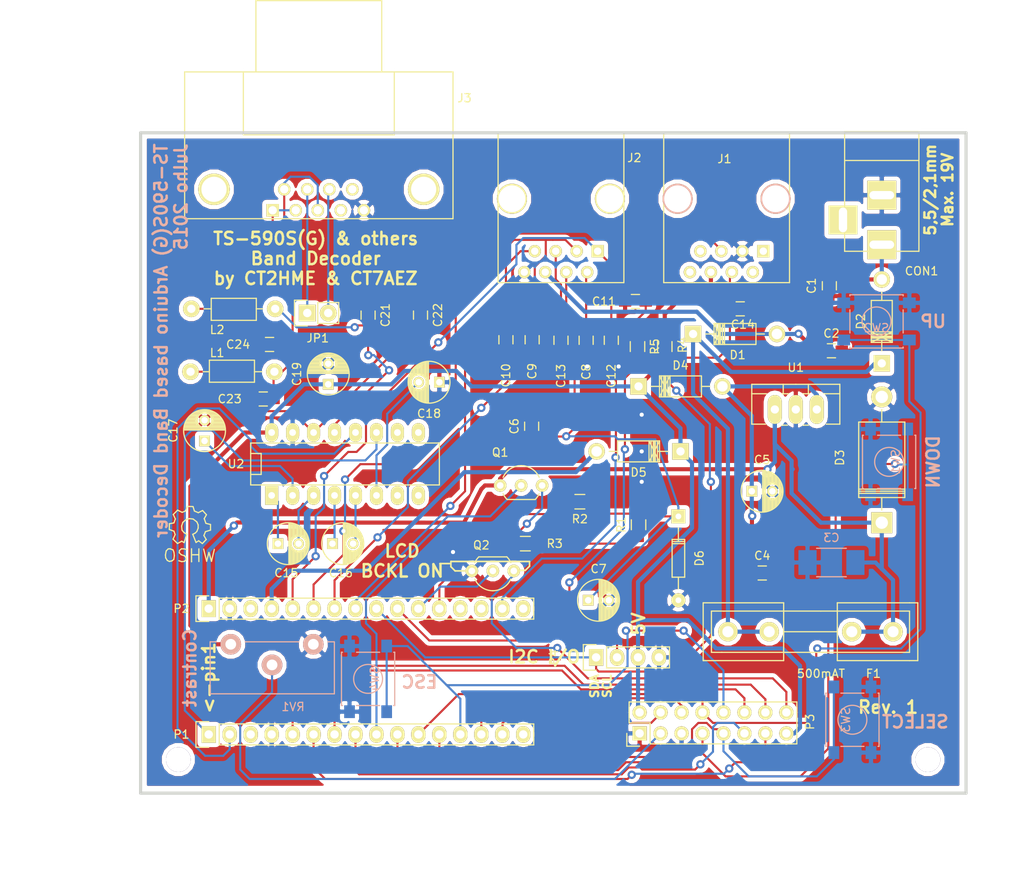
<source format=kicad_pcb>
(kicad_pcb (version 4) (host pcbnew "(2015-06-24 BZR 5815)-product")
  (title_block (title "Arduino NANO TS-590S(G) band decoder") (date 2015-07-19) (rev 1) (company "by João Cunha lopes, CT2HME and Pedro Correia, CT7AEZ ") (comment 1 "Based on the ground breaking work from Ondrej Kolonicny, OK1CDJ") (comment 2 "Attribution 4.0 International License. https://github.com/ct7aez/ts590bnddec.git") (comment 3 "and Pedro Correia, CT7AEZ is licensed under a Creative Commons ") (comment 4 "Arduino NANO TS-590S(G) band decoder by João Cunha lopes, CT2HME "))
  (layers (0 F.Cu signal) (31 B.Cu signal) (34 B.Paste user hide) (35 F.Paste user hide) (36 B.SilkS user) (37 F.SilkS user) (38 B.Mask user) (39 F.Mask user) (44 Edge.Cuts user))
  (net 0 "")
  (net 1 "Net-(C1-Pad1)")
  (net 2 GND)
  (net 3 /13,8V)
  (net 4 VCC)
  (net 5 +5VD)
  (net 6 /ICOM_BND)
  (net 7 /TX_ENBL)
  (net 8 /BND_B)
  (net 9 /BND_D)
  (net 10 /EXT_SCL)
  (net 11 /BND_A)
  (net 12 /BND_C)
  (net 13 /EXT_SDA)
  (net 14 "Net-(C15-Pad1)")
  (net 15 "Net-(C15-Pad2)")
  (net 16 "Net-(C16-Pad1)")
  (net 17 "Net-(C16-Pad2)")
  (net 18 "Net-(C18-Pad2)")
  (net 19 +5V)
  (net 20 /RX232)
  (net 21 /TX232)
  (net 22 "Net-(C23-Pad1)")
  (net 23 "Net-(C24-Pad1)")
  (net 24 "Net-(D1-Pad2)")
  (net 25 +5VA)
  (net 26 "Net-(J3-Pad7)")
  (net 27 "Net-(J3-Pad8)")
  (net 28 /TX)
  (net 29 /RX)
  (net 30 /D2)
  (net 31 /D3)
  (net 32 /D4)
  (net 33 /D5)
  (net 34 /ACC2_PWM)
  (net 35 /SW1)
  (net 36 /SW2)
  (net 37 /SW3)
  (net 38 /SW4)
  (net 39 /D11)
  (net 40 /D12)
  (net 41 "Net-(P2-Pad12)")
  (net 42 "Net-(Q1-Pad3)")
  (net 43 /BCKL)
  (net 44 /VO)
  (net 45 /BCKLa)
  (net 46 "Net-(C17-Pad1)")
  (net 47 "Net-(CON1-Pad3)")
  (net 48 "Net-(J1-Pad1)")
  (net 49 "Net-(J1-Pad2)")
  (net 50 "Net-(J1-Pad7)")
  (net 51 "Net-(J1-Pad8)")
  (net 52 "Net-(J3-Pad4)")
  (net 53 "Net-(J3-Pad9)")
  (net 54 "Net-(P1-Pad3)")
  (net 55 "Net-(P1-Pad16)")
  (net 56 "Net-(P2-Pad3)")
  (net 57 "Net-(P2-Pad13)")
  (net 58 "Net-(P2-Pad14)")
  (net 59 "Net-(P2-Pad16)")
  (net 60 "Net-(U2-Pad7)")
  (net 61 "Net-(U2-Pad8)")
  (net 62 "Net-(U2-Pad9)")
  (net 63 "Net-(U2-Pad10)")
  (module EuroBoard_Outline:EuroBoard_halb_Type-I_100mmX80mm (layer F.Cu) (at 92.583 132.08)
    (fp_text reference REF** hide)
    (fp_text value EuroBoard_halb_Type-I_100mmX80mm)
    (fp_line (start 0 0) (end 0 -79.99984) (layer Edge.Cuts) (width 0.381))
    (fp_line (start 0 -79.99984) (end 99.9998 -79.99984) (layer Edge.Cuts) (width 0.381))
    (fp_line (start 99.9998 -79.99984) (end 99.9998 0) (layer Edge.Cuts) (width 0.381))
    (fp_line (start 99.9998 0) (end 0 0) (layer Edge.Cuts) (width 0.381))
  )
  (module Capacitors_ThroughHole:C_Radial_D5_L11_P2.5 (layer F.Cu) (at 109.22 101.854)
    (fp_text reference C15 (at 1.016 3.556) (layer F.SilkS))
    (fp_text value 1u)
    (pad 1 thru_hole rect (at 0 0) (size 1.3 1.3) (drill 0.8) (layers *.Cu *.Mask F.SilkS) (net 14 "Net-(C15-Pad1)"))
    (pad 2 thru_hole circle (at 2.5 0) (size 1.3 1.3) (drill 0.8) (layers *.Cu *.Mask F.SilkS) (net 15 "Net-(C15-Pad2)"))
  )
  (module Capacitors_ThroughHole:C_Radial_D5_L11_P2.5 (layer F.Cu) (at 115.824 101.854)
    (fp_text reference C16 (at 1.016 3.556) (layer F.SilkS))
    (fp_text value 1u)
    (pad 1 thru_hole rect (at 0 0) (size 1.3 1.3) (drill 0.8) (layers *.Cu *.Mask F.SilkS) (net 16 "Net-(C16-Pad1)"))
    (pad 2 thru_hole circle (at 2.5 0) (size 1.3 1.3) (drill 0.8) (layers *.Cu *.Mask F.SilkS) (net 17 "Net-(C16-Pad2)"))
  )
  (module Capacitors_ThroughHole:C_Radial_D5_L11_P2.5 (layer F.Cu) (at 100.33 89.408 90)
    (fp_text reference C17 (at 1.25 -3.8 90) (layer F.SilkS))
    (fp_text value 1u)
    (pad 1 thru_hole rect (at 0 0 90) (size 1.3 1.3) (drill 0.8) (layers *.Cu *.Mask F.SilkS) (net 46 "Net-(C17-Pad1)"))
    (pad 2 thru_hole circle (at 2.5 0 90) (size 1.3 1.3) (drill 0.8) (layers *.Cu *.Mask F.SilkS) (net 2 GND))
  )
  (module Capacitors_ThroughHole:C_Radial_D5_L11_P2.5 (layer F.Cu) (at 128.778 82.296 180)
    (fp_text reference C18 (at 1.25 -3.8 180) (layer F.SilkS))
    (fp_text value 1u)
    (pad 1 thru_hole rect (at 0 0 180) (size 1.3 1.3) (drill 0.8) (layers *.Cu *.Mask F.SilkS) (net 2 GND))
    (pad 2 thru_hole circle (at 2.5 0 180) (size 1.3 1.3) (drill 0.8) (layers *.Cu *.Mask F.SilkS) (net 18 "Net-(C18-Pad2)"))
  )
  (module Capacitors_ThroughHole:C_Radial_D5_L11_P2.5 (layer F.Cu) (at 115.316 82.55 90)
    (fp_text reference C19 (at 1.25 -3.8 90) (layer F.SilkS))
    (fp_text value 1u)
    (pad 1 thru_hole rect (at 0 0 90) (size 1.3 1.3) (drill 0.8) (layers *.Cu *.Mask F.SilkS) (net 19 +5V))
    (pad 2 thru_hole circle (at 2.5 0 90) (size 1.3 1.3) (drill 0.8) (layers *.Cu *.Mask F.SilkS) (net 2 GND))
  )
  (module Connect:BARREL_JACK (layer F.Cu) (at 182.372 59.436 270)
    (fp_text reference CON1 (at 9.398 -4.826 360) (layer F.SilkS))
    (fp_text value 5,5/2,1mm)
    (pad 1 thru_hole rect (at 6.20014 0 270) (size 3.50012 3.50012) (drill oval 1.00076 2.99974) (layers *.Cu *.Mask F.SilkS) (net 1 "Net-(C1-Pad1)"))
    (pad 2 thru_hole rect (at 0.20066 0 270) (size 3.50012 3.50012) (drill oval 1.00076 2.99974) (layers *.Cu *.Mask F.SilkS) (net 2 GND))
    (pad 3 thru_hole rect (at 3.2004 4.699 270) (size 3.50012 3.50012) (drill oval 2.99974 1.00076) (layers *.Cu *.Mask F.SilkS) (net 47 "Net-(CON1-Pad3)"))
  )
  (module Diodes_ThroughHole:Diode_DO-41_SOD81_Horizontal_RM10 (layer F.Cu) (at 164.592 76.454 180)
    (fp_text reference D1 (at -0.3175 -2.54 180) (layer F.SilkS))
    (fp_text value 1N5817)
    (pad 1 thru_hole circle (at -5.08 0 180) (size 1.99898 1.99898) (drill 1.27) (layers *.Cu *.Mask F.SilkS) (net 3 /13,8V))
    (pad 2 thru_hole rect (at 5.08 0 180) (size 1.99898 1.99898) (drill 1.00076) (layers *.Cu *.Mask F.SilkS) (net 24 "Net-(D1-Pad2)"))
  )
  (module Diodes_ThroughHole:Diode_DO-41_SOD81_Horizontal_RM10 (layer F.Cu) (at 182.372 74.93 270)
    (fp_text reference D2 (at 0 2.54 270) (layer F.SilkS))
    (fp_text value 1N5817)
    (pad 1 thru_hole circle (at -5.08 0 270) (size 1.99898 1.99898) (drill 1.27) (layers *.Cu *.Mask F.SilkS) (net 1 "Net-(C1-Pad1)"))
    (pad 2 thru_hole rect (at 5.08 0 270) (size 1.99898 1.99898) (drill 1.00076) (layers *.Cu *.Mask F.SilkS) (net 24 "Net-(D1-Pad2)"))
  )
  (module Diodes_ThroughHole:Diode_DO-201AD_Horizontal_RM15 (layer F.Cu) (at 182.372 91.694 270)
    (fp_text reference D3 (at -0.254 5.08 270) (layer F.SilkS))
    (fp_text value 1.5KE20A)
    (pad 1 thru_hole circle (at -7.62 0 270) (size 2.54 2.54) (drill 1.50114) (layers *.Cu *.Mask F.SilkS) (net 2 GND))
    (pad 2 thru_hole rect (at 7.62 0 270) (size 2.54 2.54) (drill 1.50114) (layers *.Cu *.Mask F.SilkS) (net 4 VCC))
  )
  (module Diodes_ThroughHole:Diode_DO-41_SOD81_Horizontal_RM10 (layer F.Cu) (at 157.988 82.804 180)
    (fp_text reference D4 (at 0 2.54 180) (layer F.SilkS))
    (fp_text value 1N5817)
    (pad 1 thru_hole circle (at -5.08 0 180) (size 1.99898 1.99898) (drill 1.27) (layers *.Cu *.Mask F.SilkS) (net 5 +5VD))
    (pad 2 thru_hole rect (at 5.08 0 180) (size 1.99898 1.99898) (drill 1.00076) (layers *.Cu *.Mask F.SilkS) (net 19 +5V))
  )
  (module Diodes_ThroughHole:Diode_DO-41_SOD81_Horizontal_RM10 (layer F.Cu) (at 152.908 90.678)
    (fp_text reference D5 (at 0 2.54) (layer F.SilkS))
    (fp_text value 1N5817)
    (pad 1 thru_hole circle (at -5.08 0) (size 1.99898 1.99898) (drill 1.27) (layers *.Cu *.Mask F.SilkS) (net 25 +5VA))
    (pad 2 thru_hole rect (at 5.08 0) (size 1.99898 1.99898) (drill 1.00076) (layers *.Cu *.Mask F.SilkS) (net 19 +5V))
  )
  (module Fuse_Holders_and_Fuses:Fuseholder5x20_horiz_open_inline_Type-I (layer F.Cu) (at 173.736 112.522)
    (fp_text reference F1 (at 7.62 5.08) (layer F.SilkS))
    (fp_text value 500mAT (at 1.27 5.08) (layer F.SilkS))
    (pad 2 thru_hole circle (at 5.00126 0) (size 2.3495 2.3495) (drill 1.34874) (layers *.Cu *.Mask F.SilkS) (net 4 VCC))
    (pad 2 thru_hole circle (at 9.99998 0) (size 2.3495 2.3495) (drill 1.34874) (layers *.Cu *.Mask F.SilkS) (net 4 VCC))
    (pad 1 thru_hole circle (at -5.00126 0) (size 2.3495 2.3495) (drill 1.34874) (layers *.Cu *.Mask F.SilkS) (net 24 "Net-(D1-Pad2)"))
    (pad 1 thru_hole circle (at -9.99998 0) (size 2.3495 2.3495) (drill 1.34874) (layers *.Cu *.Mask F.SilkS) (net 24 "Net-(D1-Pad2)"))
  )
  (module Connect:RJ45_8 (layer F.Cu) (at 143.51 60.071 180)
    (fp_text reference J2 (at -8.89 4.953 180) (layer F.SilkS))
    (fp_text value RJ45)
    (pad Hole thru_hole circle (at 5.93852 0 180) (size 3.64998 3.64998) (drill 3.2512) (layers *.Cu *.Mask F.SilkS))
    (pad Hole thru_hole circle (at -5.9309 0 180) (size 3.64998 3.64998) (drill 3.2512) (layers *.Cu *.Mask F.SilkS))
    (pad 1 thru_hole rect (at -4.445 -6.35 180) (size 1.50114 1.50114) (drill 0.89916) (layers *.Cu *.Mask F.SilkS) (net 11 /BND_A))
    (pad 2 thru_hole circle (at -3.175 -8.89 180) (size 1.50114 1.50114) (drill 0.89916) (layers *.Cu *.Mask F.SilkS) (net 7 /TX_ENBL))
    (pad 3 thru_hole circle (at -1.905 -6.35 180) (size 1.50114 1.50114) (drill 0.89916) (layers *.Cu *.Mask F.SilkS) (net 8 /BND_B))
    (pad 4 thru_hole circle (at -0.635 -8.89 180) (size 1.50114 1.50114) (drill 0.89916) (layers *.Cu *.Mask F.SilkS) (net 6 /ICOM_BND))
    (pad 5 thru_hole circle (at 0.635 -6.35 180) (size 1.50114 1.50114) (drill 0.89916) (layers *.Cu *.Mask F.SilkS) (net 12 /BND_C))
    (pad 6 thru_hole circle (at 1.905 -8.89 180) (size 1.50114 1.50114) (drill 0.89916) (layers *.Cu *.Mask F.SilkS) (net 3 /13,8V))
    (pad 7 thru_hole circle (at 3.175 -6.35 180) (size 1.50114 1.50114) (drill 0.89916) (layers *.Cu *.Mask F.SilkS) (net 9 /BND_D))
    (pad 8 thru_hole circle (at 4.445 -8.89 180) (size 1.50114 1.50114) (drill 0.89916) (layers *.Cu *.Mask F.SilkS) (net 2 GND))
  )
  (module Connect:DB9FC (layer F.Cu) (at 114.046 60.198)
    (fp_text reference J3 (at 17.78 -12.319) (layer F.SilkS))
    (fp_text value DB9)
    (pad "" thru_hole circle (at 12.827 -1.27) (size 3.81 3.81) (drill 3.048) (layers *.Cu *.Mask F.SilkS))
    (pad "" thru_hole circle (at -12.573 -1.27) (size 3.81 3.81) (drill 3.048) (layers *.Cu *.Mask F.SilkS))
    (pad 1 thru_hole rect (at -5.461 1.27) (size 1.524 1.524) (drill 1.016) (layers *.Cu *.Mask F.SilkS) (net 23 "Net-(C24-Pad1)"))
    (pad 2 thru_hole circle (at -2.667 1.27) (size 1.524 1.524) (drill 1.016) (layers *.Cu *.Mask F.SilkS) (net 23 "Net-(C24-Pad1)"))
    (pad 3 thru_hole circle (at 0 1.27) (size 1.524 1.524) (drill 1.016) (layers *.Cu *.Mask F.SilkS) (net 22 "Net-(C23-Pad1)"))
    (pad 4 thru_hole circle (at 2.794 1.27) (size 1.524 1.524) (drill 1.016) (layers *.Cu *.Mask F.SilkS) (net 52 "Net-(J3-Pad4)"))
    (pad 5 thru_hole circle (at 5.588 1.27) (size 1.524 1.524) (drill 1.016) (layers *.Cu *.Mask F.SilkS) (net 2 GND))
    (pad 6 thru_hole circle (at -4.064 -1.27) (size 1.524 1.524) (drill 1.016) (layers *.Cu *.Mask F.SilkS) (net 22 "Net-(C23-Pad1)"))
    (pad 7 thru_hole circle (at -1.27 -1.27) (size 1.524 1.524) (drill 1.016) (layers *.Cu *.Mask F.SilkS) (net 26 "Net-(J3-Pad7)"))
    (pad 8 thru_hole circle (at 1.397 -1.27) (size 1.524 1.524) (drill 1.016) (layers *.Cu *.Mask F.SilkS) (net 27 "Net-(J3-Pad8)"))
    (pad 9 thru_hole circle (at 4.191 -1.27) (size 1.524 1.524) (drill 1.016) (layers *.Cu *.Mask F.SilkS) (net 53 "Net-(J3-Pad9)"))
  )
  (module Pin_Headers:Pin_Header_Straight_1x02 (layer F.Cu) (at 112.776 73.914 90)
    (fp_text reference JP1 (at -3.048 1.27 180) (layer F.SilkS))
    (fp_text value Jumper_NC_Small)
    (pad 1 thru_hole rect (at 0 0 90) (size 2.032 2.032) (drill 1.016) (layers *.Cu *.Mask F.SilkS) (net 26 "Net-(J3-Pad7)"))
    (pad 2 thru_hole oval (at 0 2.54 90) (size 2.032 2.032) (drill 1.016) (layers *.Cu *.Mask F.SilkS) (net 27 "Net-(J3-Pad8)"))
  )
  (module Choke_Axial_ThroughHole:Choke_Horizontal_RM10mm (layer F.Cu) (at 103.632 81.026)
    (fp_text reference L1 (at -1.778 -2.286) (layer F.SilkS))
    (fp_text value 100u)
    (pad 1 thru_hole circle (at -5.00126 0) (size 1.99898 1.99898) (drill 1.00076) (layers *.Cu *.Mask F.SilkS) (net 21 /TX232))
    (pad 2 thru_hole circle (at 5.15874 0) (size 1.99898 1.99898) (drill 1.00076) (layers *.Cu *.Mask F.SilkS) (net 22 "Net-(C23-Pad1)"))
  )
  (module Choke_Axial_ThroughHole:Choke_Horizontal_RM10mm (layer F.Cu) (at 103.886 73.406 180)
    (fp_text reference L2 (at 2.032 -2.54 180) (layer F.SilkS))
    (fp_text value 100u)
    (pad 1 thru_hole circle (at -5.00126 0 180) (size 1.99898 1.99898) (drill 1.00076) (layers *.Cu *.Mask F.SilkS) (net 20 /RX232))
    (pad 2 thru_hole circle (at 5.15874 0 180) (size 1.99898 1.99898) (drill 1.00076) (layers *.Cu *.Mask F.SilkS) (net 23 "Net-(C24-Pad1)"))
  )
  (module Socket_Strips:Socket_Strip_Straight_1x16 (layer F.Cu) (at 100.838 124.968)
    (fp_text reference P1 (at -3.302 0) (layer F.SilkS))
    (fp_text value CONN_01X16)
    (pad 1 thru_hole rect (at 0 0) (size 1.7272 2.032) (drill 1.016) (layers *.Cu *.Mask F.SilkS) (net 28 /TX))
    (pad 2 thru_hole oval (at 2.54 0) (size 1.7272 2.032) (drill 1.016) (layers *.Cu *.Mask F.SilkS) (net 29 /RX))
    (pad 3 thru_hole oval (at 5.08 0) (size 1.7272 2.032) (drill 1.016) (layers *.Cu *.Mask F.SilkS) (net 54 "Net-(P1-Pad3)"))
    (pad 4 thru_hole oval (at 7.62 0) (size 1.7272 2.032) (drill 1.016) (layers *.Cu *.Mask F.SilkS) (net 2 GND))
    (pad 5 thru_hole oval (at 10.16 0) (size 1.7272 2.032) (drill 1.016) (layers *.Cu *.Mask F.SilkS) (net 30 /D2))
    (pad 6 thru_hole oval (at 12.7 0) (size 1.7272 2.032) (drill 1.016) (layers *.Cu *.Mask F.SilkS) (net 31 /D3))
    (pad 7 thru_hole oval (at 15.24 0) (size 1.7272 2.032) (drill 1.016) (layers *.Cu *.Mask F.SilkS) (net 32 /D4))
    (pad 8 thru_hole oval (at 17.78 0) (size 1.7272 2.032) (drill 1.016) (layers *.Cu *.Mask F.SilkS) (net 33 /D5))
    (pad 9 thru_hole oval (at 20.32 0) (size 1.7272 2.032) (drill 1.016) (layers *.Cu *.Mask F.SilkS) (net 34 /ACC2_PWM))
    (pad 10 thru_hole oval (at 22.86 0) (size 1.7272 2.032) (drill 1.016) (layers *.Cu *.Mask F.SilkS) (net 35 /SW1))
    (pad 11 thru_hole oval (at 25.4 0) (size 1.7272 2.032) (drill 1.016) (layers *.Cu *.Mask F.SilkS) (net 36 /SW2))
    (pad 12 thru_hole oval (at 27.94 0) (size 1.7272 2.032) (drill 1.016) (layers *.Cu *.Mask F.SilkS) (net 37 /SW3))
    (pad 13 thru_hole oval (at 30.48 0) (size 1.7272 2.032) (drill 1.016) (layers *.Cu *.Mask F.SilkS) (net 38 /SW4))
    (pad 14 thru_hole oval (at 33.02 0) (size 1.7272 2.032) (drill 1.016) (layers *.Cu *.Mask F.SilkS) (net 39 /D11))
    (pad 15 thru_hole oval (at 35.56 0) (size 1.7272 2.032) (drill 1.016) (layers *.Cu *.Mask F.SilkS) (net 40 /D12))
    (pad 16 thru_hole oval (at 38.1 0) (size 1.7272 2.032) (drill 1.016) (layers *.Cu *.Mask F.SilkS) (net 55 "Net-(P1-Pad16)"))
  )
  (module Socket_Strips:Socket_Strip_Straight_1x16 (layer F.Cu) (at 100.838 109.728)
    (fp_text reference P2 (at -3.302 0) (layer F.SilkS))
    (fp_text value CONN_01X16)
    (pad 1 thru_hole rect (at 0 0) (size 1.7272 2.032) (drill 1.016) (layers *.Cu *.Mask F.SilkS) (net 4 VCC))
    (pad 2 thru_hole oval (at 2.54 0) (size 1.7272 2.032) (drill 1.016) (layers *.Cu *.Mask F.SilkS) (net 2 GND))
    (pad 3 thru_hole oval (at 5.08 0) (size 1.7272 2.032) (drill 1.016) (layers *.Cu *.Mask F.SilkS) (net 56 "Net-(P2-Pad3)"))
    (pad 4 thru_hole oval (at 7.62 0) (size 1.7272 2.032) (drill 1.016) (layers *.Cu *.Mask F.SilkS) (net 25 +5VA))
    (pad 5 thru_hole oval (at 10.16 0) (size 1.7272 2.032) (drill 1.016) (layers *.Cu *.Mask F.SilkS) (net 11 /BND_A))
    (pad 6 thru_hole oval (at 12.7 0) (size 1.7272 2.032) (drill 1.016) (layers *.Cu *.Mask F.SilkS) (net 8 /BND_B))
    (pad 7 thru_hole oval (at 15.24 0) (size 1.7272 2.032) (drill 1.016) (layers *.Cu *.Mask F.SilkS) (net 12 /BND_C))
    (pad 8 thru_hole oval (at 17.78 0) (size 1.7272 2.032) (drill 1.016) (layers *.Cu *.Mask F.SilkS) (net 9 /BND_D))
    (pad 9 thru_hole oval (at 20.32 0) (size 1.7272 2.032) (drill 1.016) (layers *.Cu *.Mask F.SilkS) (net 13 /EXT_SDA))
    (pad 10 thru_hole oval (at 22.86 0) (size 1.7272 2.032) (drill 1.016) (layers *.Cu *.Mask F.SilkS) (net 10 /EXT_SCL))
    (pad 11 thru_hole oval (at 25.4 0) (size 1.7272 2.032) (drill 1.016) (layers *.Cu *.Mask F.SilkS) (net 43 /BCKL))
    (pad 12 thru_hole oval (at 27.94 0) (size 1.7272 2.032) (drill 1.016) (layers *.Cu *.Mask F.SilkS) (net 41 "Net-(P2-Pad12)"))
    (pad 13 thru_hole oval (at 30.48 0) (size 1.7272 2.032) (drill 1.016) (layers *.Cu *.Mask F.SilkS) (net 57 "Net-(P2-Pad13)"))
    (pad 14 thru_hole oval (at 33.02 0) (size 1.7272 2.032) (drill 1.016) (layers *.Cu *.Mask F.SilkS) (net 58 "Net-(P2-Pad14)"))
    (pad 15 thru_hole oval (at 35.56 0) (size 1.7272 2.032) (drill 1.016) (layers *.Cu *.Mask F.SilkS) (net 7 /TX_ENBL))
    (pad 16 thru_hole oval (at 38.1 0) (size 1.7272 2.032) (drill 1.016) (layers *.Cu *.Mask F.SilkS) (net 59 "Net-(P2-Pad16)"))
  )
  (module Housings_TO-92:TO-92_Inline_Wide (layer F.Cu) (at 136.144 94.8055)
    (fp_text reference Q1 (at 0 -4 180) (layer F.SilkS))
    (fp_text value BS170)
    (pad 2 thru_hole circle (at 2.54 0 90) (size 1.524 1.524) (drill 0.8) (layers *.Cu *.Mask F.SilkS) (net 34 /ACC2_PWM))
    (pad 3 thru_hole circle (at 5.08 0 90) (size 1.524 1.524) (drill 0.8) (layers *.Cu *.Mask F.SilkS) (net 42 "Net-(Q1-Pad3)"))
    (pad 1 thru_hole circle (at 0 0 90) (size 1.524 1.524) (drill 0.8) (layers *.Cu *.Mask F.SilkS) (net 4 VCC))
  )
  (module Housings_DIP:DIP-16__300_ELL (layer F.Cu) (at 117.348 92.202)
    (fp_text reference U2 (at -13.208 0) (layer F.SilkS))
    (fp_text value MAX232)
    (pad 1 thru_hole rect (at -8.89 3.81) (size 1.5748 2.286) (drill 0.8128) (layers *.Cu *.Mask F.SilkS) (net 14 "Net-(C15-Pad1)"))
    (pad 2 thru_hole oval (at -6.35 3.81) (size 1.5748 2.286) (drill 0.8128) (layers *.Cu *.Mask F.SilkS) (net 46 "Net-(C17-Pad1)"))
    (pad 3 thru_hole oval (at -3.81 3.81) (size 1.5748 2.286) (drill 0.8128) (layers *.Cu *.Mask F.SilkS) (net 15 "Net-(C15-Pad2)"))
    (pad 4 thru_hole oval (at -1.27 3.81) (size 1.5748 2.286) (drill 0.8128) (layers *.Cu *.Mask F.SilkS) (net 16 "Net-(C16-Pad1)"))
    (pad 5 thru_hole oval (at 1.27 3.81) (size 1.5748 2.286) (drill 0.8128) (layers *.Cu *.Mask F.SilkS) (net 17 "Net-(C16-Pad2)"))
    (pad 6 thru_hole oval (at 3.81 3.81) (size 1.5748 2.286) (drill 0.8128) (layers *.Cu *.Mask F.SilkS) (net 18 "Net-(C18-Pad2)"))
    (pad 7 thru_hole oval (at 6.35 3.81) (size 1.5748 2.286) (drill 0.8128) (layers *.Cu *.Mask F.SilkS) (net 60 "Net-(U2-Pad7)"))
    (pad 8 thru_hole oval (at 8.89 3.81) (size 1.5748 2.286) (drill 0.8128) (layers *.Cu *.Mask F.SilkS) (net 61 "Net-(U2-Pad8)"))
    (pad 9 thru_hole oval (at 8.89 -3.81) (size 1.5748 2.286) (drill 0.8128) (layers *.Cu *.Mask F.SilkS) (net 62 "Net-(U2-Pad9)"))
    (pad 10 thru_hole oval (at 6.35 -3.81) (size 1.5748 2.286) (drill 0.8128) (layers *.Cu *.Mask F.SilkS) (net 63 "Net-(U2-Pad10)"))
    (pad 11 thru_hole oval (at 3.81 -3.81) (size 1.5748 2.286) (drill 0.8128) (layers *.Cu *.Mask F.SilkS) (net 28 /TX))
    (pad 12 thru_hole oval (at 1.27 -3.81) (size 1.5748 2.286) (drill 0.8128) (layers *.Cu *.Mask F.SilkS) (net 29 /RX))
    (pad 13 thru_hole oval (at -1.27 -3.81) (size 1.5748 2.286) (drill 0.8128) (layers *.Cu *.Mask F.SilkS) (net 20 /RX232))
    (pad 14 thru_hole oval (at -3.81 -3.81) (size 1.5748 2.286) (drill 0.8128) (layers *.Cu *.Mask F.SilkS) (net 21 /TX232))
    (pad 15 thru_hole oval (at -6.35 -3.81) (size 1.5748 2.286) (drill 0.8128) (layers *.Cu *.Mask F.SilkS) (net 2 GND))
    (pad 16 thru_hole oval (at -8.89 -3.81) (size 1.5748 2.286) (drill 0.8128) (layers *.Cu *.Mask F.SilkS) (net 19 +5V))
  )
  (module Capacitors_SMD:C_0805_HandSoldering (layer F.Cu) (at 176.022 70.612 270)
    (fp_text reference C1 (at 0 2.159 270) (layer F.SilkS))
    (fp_text value 4n7)
    (pad 1 smd rect (at -1.25 0 270) (size 1.5 1.25) (layers F.Cu F.Paste F.Mask) (net 1 "Net-(C1-Pad1)"))
    (pad 2 smd rect (at 1.25 0 270) (size 1.5 1.25) (layers F.Cu F.Paste F.Mask) (net 2 GND))
  )
  (module Capacitors_SMD:C_0805_HandSoldering (layer F.Cu) (at 176.276 78.486)
    (fp_text reference C2 (at 0 -2.1) (layer F.SilkS))
    (fp_text value 4n7)
    (pad 1 smd rect (at -1.25 0) (size 1.5 1.25) (layers F.Cu F.Paste F.Mask) (net 3 /13,8V))
    (pad 2 smd rect (at 1.25 0) (size 1.5 1.25) (layers F.Cu F.Paste F.Mask) (net 2 GND))
  )
  (module Capacitors_SMD:C_0805_HandSoldering (layer F.Cu) (at 167.894 105.41)
    (fp_text reference C4 (at 0 -2.1) (layer F.SilkS))
    (fp_text value 100n)
    (pad 1 smd rect (at -1.25 0) (size 1.5 1.25) (layers F.Cu F.Paste F.Mask) (net 5 +5VD))
    (pad 2 smd rect (at 1.25 0) (size 1.5 1.25) (layers F.Cu F.Paste F.Mask) (net 2 GND))
  )
  (module Capacitors_SMD:C_0805_HandSoldering (layer F.Cu) (at 139.954 87.63 90)
    (fp_text reference C6 (at 0 -2.1 90) (layer F.SilkS))
    (fp_text value 10n)
    (pad 1 smd rect (at -1.25 0 90) (size 1.5 1.25) (layers F.Cu F.Paste F.Mask) (net 6 /ICOM_BND))
    (pad 2 smd rect (at 1.25 0 90) (size 1.5 1.25) (layers F.Cu F.Paste F.Mask) (net 2 GND))
  )
  (module Capacitors_SMD:C_0805_HandSoldering (layer F.Cu) (at 146.558 77.216 270)
    (fp_text reference C8 (at 3.81 0 270) (layer F.SilkS))
    (fp_text value 10n)
    (pad 1 smd rect (at -1.25 0 270) (size 1.5 1.25) (layers F.Cu F.Paste F.Mask) (net 7 /TX_ENBL))
    (pad 2 smd rect (at 1.25 0 270) (size 1.5 1.25) (layers F.Cu F.Paste F.Mask) (net 2 GND))
  )
  (module Capacitors_SMD:C_0805_HandSoldering (layer F.Cu) (at 140.0175 77.1525 270)
    (fp_text reference C9 (at 3.81 0 270) (layer F.SilkS))
    (fp_text value 10n)
    (pad 1 smd rect (at -1.25 0 270) (size 1.5 1.25) (layers F.Cu F.Paste F.Mask) (net 8 /BND_B))
    (pad 2 smd rect (at 1.25 0 270) (size 1.5 1.25) (layers F.Cu F.Paste F.Mask) (net 2 GND))
  )
  (module Capacitors_SMD:C_0805_HandSoldering (layer F.Cu) (at 136.8425 77.1525 270)
    (fp_text reference C10 (at 4.318 0 270) (layer F.SilkS))
    (fp_text value 10n)
    (pad 1 smd rect (at -1.25 0 270) (size 1.5 1.25) (layers F.Cu F.Paste F.Mask) (net 9 /BND_D))
    (pad 2 smd rect (at 1.25 0 270) (size 1.5 1.25) (layers F.Cu F.Paste F.Mask) (net 2 GND))
  )
  (module Capacitors_SMD:C_0805_HandSoldering (layer F.Cu) (at 152.527 72.517 180)
    (fp_text reference C11 (at 3.81 0 180) (layer F.SilkS))
    (fp_text value 10n)
    (pad 1 smd rect (at -1.25 0 180) (size 1.5 1.25) (layers F.Cu F.Paste F.Mask) (net 10 /EXT_SCL))
    (pad 2 smd rect (at 1.25 0 180) (size 1.5 1.25) (layers F.Cu F.Paste F.Mask) (net 2 GND))
  )
  (module Capacitors_SMD:C_0805_HandSoldering (layer F.Cu) (at 149.606 77.216 270)
    (fp_text reference C12 (at 4.318 0 270) (layer F.SilkS))
    (fp_text value 10n)
    (pad 1 smd rect (at -1.25 0 270) (size 1.5 1.25) (layers F.Cu F.Paste F.Mask) (net 11 /BND_A))
    (pad 2 smd rect (at 1.25 0 270) (size 1.5 1.25) (layers F.Cu F.Paste F.Mask) (net 2 GND))
  )
  (module Capacitors_SMD:C_0805_HandSoldering (layer F.Cu) (at 143.51 77.216 270)
    (fp_text reference C13 (at 4.318 0 270) (layer F.SilkS))
    (fp_text value 10n)
    (pad 1 smd rect (at -1.25 0 270) (size 1.5 1.25) (layers F.Cu F.Paste F.Mask) (net 12 /BND_C))
    (pad 2 smd rect (at 1.25 0 270) (size 1.5 1.25) (layers F.Cu F.Paste F.Mask) (net 2 GND))
  )
  (module Capacitors_SMD:C_0805_HandSoldering (layer F.Cu) (at 165.227 73.406)
    (fp_text reference C14 (at 0.3175 1.905) (layer F.SilkS))
    (fp_text value 10n)
    (pad 1 smd rect (at -1.25 0) (size 1.5 1.25) (layers F.Cu F.Paste F.Mask) (net 13 /EXT_SDA))
    (pad 2 smd rect (at 1.25 0) (size 1.5 1.25) (layers F.Cu F.Paste F.Mask) (net 2 GND))
  )
  (module Resistors_SMD:R_0805_HandSoldering (layer F.Cu) (at 152.908 99.568 90)
    (fp_text reference R1 (at 0 -2.1 90) (layer F.SilkS))
    (fp_text value 12K)
    (pad 1 smd rect (at -1.35 0 90) (size 1.5 1.3) (layers F.Cu F.Paste F.Mask) (net 6 /ICOM_BND))
    (pad 2 smd rect (at 1.35 0 90) (size 1.5 1.3) (layers F.Cu F.Paste F.Mask) (net 41 "Net-(P2-Pad12)"))
  )
  (module Resistors_SMD:R_0805_HandSoldering (layer F.Cu) (at 145.796 96.774 180)
    (fp_text reference R2 (at 0 -2.1 180) (layer F.SilkS))
    (fp_text value 20K)
    (pad 1 smd rect (at -1.35 0 180) (size 1.5 1.3) (layers F.Cu F.Paste F.Mask) (net 41 "Net-(P2-Pad12)"))
    (pad 2 smd rect (at 1.35 0 180) (size 1.5 1.3) (layers F.Cu F.Paste F.Mask) (net 2 GND))
  )
  (module Resistors_SMD:R_0805_HandSoldering (layer F.Cu) (at 139.192 101.854 180)
    (fp_text reference R3 (at -3.556 0 180) (layer F.SilkS))
    (fp_text value 240R)
    (pad 1 smd rect (at -1.35 0 180) (size 1.5 1.3) (layers F.Cu F.Paste F.Mask) (net 6 /ICOM_BND))
    (pad 2 smd rect (at 1.35 0 180) (size 1.5 1.3) (layers F.Cu F.Paste F.Mask) (net 42 "Net-(Q1-Pad3)"))
  )
  (module Resistors_SMD:R_0805_HandSoldering (layer F.Cu) (at 156.083 77.978 270)
    (fp_text reference R4 (at -0.1905 -2.159 270) (layer F.SilkS))
    (fp_text value 2K)
    (pad 1 smd rect (at -1.35 0 270) (size 1.5 1.3) (layers F.Cu F.Paste F.Mask) (net 19 +5V))
    (pad 2 smd rect (at 1.35 0 270) (size 1.5 1.3) (layers F.Cu F.Paste F.Mask) (net 13 /EXT_SDA))
  )
  (module Resistors_SMD:R_0805_HandSoldering (layer F.Cu) (at 152.781 77.978 270)
    (fp_text reference R5 (at 0 -2.1 270) (layer F.SilkS))
    (fp_text value 2K)
    (pad 1 smd rect (at -1.35 0 270) (size 1.5 1.3) (layers F.Cu F.Paste F.Mask) (net 19 +5V))
    (pad 2 smd rect (at 1.35 0 270) (size 1.5 1.3) (layers F.Cu F.Paste F.Mask) (net 10 /EXT_SCL))
  )
  (module Capacitors_SMD:C_0805_HandSoldering (layer F.Cu) (at 120.142 74.168 270)
    (fp_text reference C21 (at 0 -2.1 270) (layer F.SilkS))
    (fp_text value 10n)
    (pad 1 smd rect (at -1.25 0 270) (size 1.5 1.25) (layers F.Cu F.Paste F.Mask) (net 2 GND))
    (pad 2 smd rect (at 1.25 0 270) (size 1.5 1.25) (layers F.Cu F.Paste F.Mask) (net 20 /RX232))
  )
  (module Capacitors_SMD:C_0805_HandSoldering (layer F.Cu) (at 126.492 74.168 270)
    (fp_text reference C22 (at 0 -2.1 270) (layer F.SilkS))
    (fp_text value 10n)
    (pad 1 smd rect (at -1.25 0 270) (size 1.5 1.25) (layers F.Cu F.Paste F.Mask) (net 2 GND))
    (pad 2 smd rect (at 1.25 0 270) (size 1.5 1.25) (layers F.Cu F.Paste F.Mask) (net 21 /TX232))
  )
  (module Capacitors_SMD:C_0805_HandSoldering (layer F.Cu) (at 107.442 84.328 180)
    (fp_text reference C23 (at 4.064 0 180) (layer F.SilkS))
    (fp_text value 10n)
    (pad 1 smd rect (at -1.25 0 180) (size 1.5 1.25) (layers F.Cu F.Paste F.Mask) (net 22 "Net-(C23-Pad1)"))
    (pad 2 smd rect (at 1.25 0 180) (size 1.5 1.25) (layers F.Cu F.Paste F.Mask) (net 2 GND))
  )
  (module Capacitors_SMD:C_0805_HandSoldering (layer F.Cu) (at 108.204 77.724 180)
    (fp_text reference C24 (at 3.81 0 180) (layer F.SilkS))
    (fp_text value 10n)
    (pad 1 smd rect (at -1.25 0 180) (size 1.5 1.25) (layers F.Cu F.Paste F.Mask) (net 23 "Net-(C24-Pad1)"))
    (pad 2 smd rect (at 1.25 0 180) (size 1.5 1.25) (layers F.Cu F.Paste F.Mask) (net 2 GND))
  )
  (module Capacitors_ThroughHole:C_Radial_D5_L11_P2.5 (layer F.Cu) (at 146.812 108.712)
    (fp_text reference C7 (at 1.25 -3.8) (layer F.SilkS))
    (fp_text value 2u2)
    (pad 1 thru_hole rect (at 0 0) (size 1.3 1.3) (drill 0.8) (layers *.Cu *.Mask F.SilkS) (net 6 /ICOM_BND))
    (pad 2 thru_hole circle (at 2.5 0) (size 1.3 1.3) (drill 0.8) (layers *.Cu *.Mask F.SilkS) (net 2 GND))
  )
  (module Diodes_ThroughHole:Diode_DO-35_SOD27_Horizontal_RM10 (layer F.Cu) (at 157.734 103.632 90)
    (fp_text reference D6 (at 0 2.54 90) (layer F.SilkS))
    (fp_text value 1N959B)
    (pad 1 thru_hole circle (at -5.08 0 90) (size 1.69926 1.69926) (drill 0.70104) (layers *.Cu *.Mask F.SilkS) (net 2 GND))
    (pad 2 thru_hole rect (at 5.08 0 90) (size 1.69926 1.69926) (drill 0.70104) (layers *.Cu *.Mask F.SilkS) (net 6 /ICOM_BND))
  )
  (module Housings_TO-92:TO-92_Inline_Wide (layer F.Cu) (at 137.795 105.156 180)
    (fp_text reference Q2 (at 3.937 3.1115 360) (layer F.SilkS))
    (fp_text value BS170)
    (pad 2 thru_hole circle (at 2.54 0 270) (size 1.524 1.524) (drill 0.8) (layers *.Cu *.Mask F.SilkS) (net 43 /BCKL))
    (pad 3 thru_hole circle (at 5.08 0 270) (size 1.524 1.524) (drill 0.8) (layers *.Cu *.Mask F.SilkS) (net 2 GND))
    (pad 1 thru_hole circle (at 0 0 270) (size 1.524 1.524) (drill 0.8) (layers *.Cu *.Mask F.SilkS) (net 45 /BCKLa))
  )
  (module Potentiometers:Potentiometer_Trimmer-Piher-PT15-h2-5_vertical (layer B.Cu) (at 103.505 114.046)
    (fp_text reference RV1 (at 7.54126 7.57936) (layer B.SilkS) (effects (justify mirror)))
    (fp_text value 10K)
    (pad 2 thru_hole circle (at 5.00126 2.49936) (size 2.49936 2.49936) (drill 1.30048) (layers *.Cu *.Mask B.SilkS) (net 44 /VO))
    (pad 3 thru_hole circle (at 10.00252 0) (size 2.49936 2.49936) (drill 1.30048) (layers *.Cu *.Mask B.SilkS) (net 2 GND))
    (pad 1 thru_hole circle (at 0 0) (size 2.49936 2.49936) (drill 1.30048) (layers *.Cu *.Mask B.SilkS) (net 19 +5V))
  )
  (module Buttons_Switches_SMD:SW_SPST_PTS645 (layer B.Cu) (at 183.261 91.948 90)
    (fp_text reference SW1 (at 0 0.8 90) (layer B.SilkS) (effects (justify mirror)))
    (fp_text value DOWN)
    (pad 2 smd rect (at -3.975 -2.25 90) (size 1.55 1.3) (layers B.Cu B.Paste B.Mask) (net 2 GND))
    (pad 1 smd rect (at -3.975 2.25 90) (size 1.55 1.3) (layers B.Cu B.Paste B.Mask) (net 35 /SW1))
    (pad 1 smd rect (at 3.975 2.25 90) (size 1.55 1.3) (layers B.Cu B.Paste B.Mask) (net 35 /SW1))
    (pad 2 smd rect (at 3.975 -2.25 90) (size 1.55 1.3) (layers B.Cu B.Paste B.Mask) (net 2 GND))
  )
  (module Buttons_Switches_SMD:SW_SPST_PTS645 (layer B.Cu) (at 181.737 74.93)
    (fp_text reference SW2 (at 0 0.8) (layer B.SilkS) (effects (justify mirror)))
    (fp_text value UP)
    (pad 2 smd rect (at -3.975 -2.25) (size 1.55 1.3) (layers B.Cu B.Paste B.Mask) (net 2 GND))
    (pad 1 smd rect (at -3.975 2.25) (size 1.55 1.3) (layers B.Cu B.Paste B.Mask) (net 36 /SW2))
    (pad 1 smd rect (at 3.975 2.25) (size 1.55 1.3) (layers B.Cu B.Paste B.Mask) (net 36 /SW2))
    (pad 2 smd rect (at 3.975 -2.25) (size 1.55 1.3) (layers B.Cu B.Paste B.Mask) (net 2 GND))
  )
  (module Buttons_Switches_SMD:SW_SPST_PTS645 (layer B.Cu) (at 178.816 123.19 270)
    (fp_text reference SW3 (at 0 0.8 270) (layer B.SilkS) (effects (justify mirror)))
    (fp_text value SELECT)
    (pad 2 smd rect (at -3.975 -2.25 270) (size 1.55 1.3) (layers B.Cu B.Paste B.Mask) (net 2 GND))
    (pad 1 smd rect (at -3.975 2.25 270) (size 1.55 1.3) (layers B.Cu B.Paste B.Mask) (net 37 /SW3))
    (pad 1 smd rect (at 3.975 2.25 270) (size 1.55 1.3) (layers B.Cu B.Paste B.Mask) (net 37 /SW3))
    (pad 2 smd rect (at 3.975 -2.25 270) (size 1.55 1.3) (layers B.Cu B.Paste B.Mask) (net 2 GND))
  )
  (module Buttons_Switches_SMD:SW_SPST_PTS645 (layer B.Cu) (at 120.142 118.237 90)
    (fp_text reference SW4 (at 0 0.8 90) (layer B.SilkS) (effects (justify mirror)))
    (fp_text value ESC)
    (pad 2 smd rect (at -3.975 -2.25 90) (size 1.55 1.3) (layers B.Cu B.Paste B.Mask) (net 2 GND))
    (pad 1 smd rect (at -3.975 2.25 90) (size 1.55 1.3) (layers B.Cu B.Paste B.Mask) (net 38 /SW4))
    (pad 1 smd rect (at 3.975 2.25 90) (size 1.55 1.3) (layers B.Cu B.Paste B.Mask) (net 38 /SW4))
    (pad 2 smd rect (at 3.975 -2.25 90) (size 1.55 1.3) (layers B.Cu B.Paste B.Mask) (net 2 GND))
  )
  (module Pin_Headers:Pin_Header_Straight_2x08 (layer F.Cu) (at 153.035 124.841 90)
    (fp_text reference P3 (at 1.397 20.6375 90) (layer F.SilkS))
    (fp_text value CONN_02X08)
    (pad 1 thru_hole rect (at 0 0 90) (size 1.7272 1.7272) (drill 1.016) (layers *.Cu *.Mask F.SilkS) (net 2 GND))
    (pad 2 thru_hole oval (at 2.54 0 90) (size 1.7272 1.7272) (drill 1.016) (layers *.Cu *.Mask F.SilkS) (net 19 +5V))
    (pad 3 thru_hole oval (at 0 2.54 90) (size 1.7272 1.7272) (drill 1.016) (layers *.Cu *.Mask F.SilkS) (net 44 /VO))
    (pad 4 thru_hole oval (at 2.54 2.54 90) (size 1.7272 1.7272) (drill 1.016) (layers *.Cu *.Mask F.SilkS) (net 40 /D12))
    (pad 5 thru_hole oval (at 0 5.08 90) (size 1.7272 1.7272) (drill 1.016) (layers *.Cu *.Mask F.SilkS) (net 2 GND))
    (pad 6 thru_hole oval (at 2.54 5.08 90) (size 1.7272 1.7272) (drill 1.016) (layers *.Cu *.Mask F.SilkS) (net 39 /D11))
    (pad 7 thru_hole oval (at 0 7.62 90) (size 1.7272 1.7272) (drill 1.016) (layers *.Cu *.Mask F.SilkS) (net 35 /SW1))
    (pad 8 thru_hole oval (at 2.54 7.62 90) (size 1.7272 1.7272) (drill 1.016) (layers *.Cu *.Mask F.SilkS) (net 36 /SW2))
    (pad 9 thru_hole oval (at 0 10.16 90) (size 1.7272 1.7272) (drill 1.016) (layers *.Cu *.Mask F.SilkS) (net 37 /SW3))
    (pad 10 thru_hole oval (at 2.54 10.16 90) (size 1.7272 1.7272) (drill 1.016) (layers *.Cu *.Mask F.SilkS) (net 38 /SW4))
    (pad 11 thru_hole oval (at 0 12.7 90) (size 1.7272 1.7272) (drill 1.016) (layers *.Cu *.Mask F.SilkS) (net 33 /D5))
    (pad 12 thru_hole oval (at 2.54 12.7 90) (size 1.7272 1.7272) (drill 1.016) (layers *.Cu *.Mask F.SilkS) (net 32 /D4))
    (pad 13 thru_hole oval (at 0 15.24 90) (size 1.7272 1.7272) (drill 1.016) (layers *.Cu *.Mask F.SilkS) (net 31 /D3))
    (pad 14 thru_hole oval (at 2.54 15.24 90) (size 1.7272 1.7272) (drill 1.016) (layers *.Cu *.Mask F.SilkS) (net 30 /D2))
    (pad 15 thru_hole oval (at 0 17.78 90) (size 1.7272 1.7272) (drill 1.016) (layers *.Cu *.Mask F.SilkS) (net 19 +5V))
    (pad 16 thru_hole oval (at 2.54 17.78 90) (size 1.7272 1.7272) (drill 1.016) (layers *.Cu *.Mask F.SilkS) (net 45 /BCKLa))
  )
  (module Mounting_Holes:MountingHole_3mm (layer F.Cu) (at 97.155 128.016)
    (fp_text reference REF** hide)
    (fp_text value MountingHole_3mm)
    (pad 1 thru_hole circle (at 0 0) (size 3 3) (drill 3) (layers))
  )
  (module Mounting_Holes:MountingHole_3mm (layer F.Cu) (at 187.96 128.016)
    (fp_text reference REF** hide)
    (fp_text value MountingHole_3mm)
    (pad 1 thru_hole circle (at 0 0) (size 3 3) (drill 3) (layers))
  )
  (module Symbols:Symbol_OSHW-Logo_SilkScreen (layer F.Cu) (at 98.552 99.822)
    (fp_text reference REF** hide)
    (fp_text value Symbol_OSHW-Logo_SilkScreen)
  )
  (module Capacitors_ThroughHole:C_Radial_D5_L11_P2.5 (layer F.Cu) (at 166.624 95.504)
    (fp_text reference C5 (at 1.25 -3.8) (layer F.SilkS))
    (fp_text value 220u)
    (pad 1 thru_hole rect (at 0 0) (size 1.3 1.3) (drill 0.8) (layers *.Cu *.Mask F.SilkS) (net 5 +5VD))
    (pad 2 thru_hole circle (at 2.5 0) (size 1.3 1.3) (drill 0.8) (layers *.Cu *.Mask F.SilkS) (net 2 GND))
  )
  (module Connect:RJ45_8 (layer F.Cu) (at 163.576 60.071 180)
    (fp_text reference J1 (at 0.254 4.826 180) (layer F.SilkS))
    (fp_text value RJ45)
    (pad Hole np_thru_hole circle (at 5.93852 0 180) (size 3.64998 3.64998) (drill 3.2512) (layers *.Cu *.SilkS *.Mask))
    (pad Hole np_thru_hole circle (at -5.9309 0 180) (size 3.64998 3.64998) (drill 3.2512) (layers *.Cu *.SilkS *.Mask))
    (pad 1 thru_hole rect (at -4.445 -6.35 180) (size 1.50114 1.50114) (drill 0.89916) (layers *.Cu *.Mask F.SilkS) (net 48 "Net-(J1-Pad1)"))
    (pad 2 thru_hole circle (at -3.175 -8.89 180) (size 1.50114 1.50114) (drill 0.89916) (layers *.Cu *.Mask F.SilkS) (net 49 "Net-(J1-Pad2)"))
    (pad 3 thru_hole circle (at -1.905 -6.35 180) (size 1.50114 1.50114) (drill 0.89916) (layers *.Cu *.Mask F.SilkS) (net 2 GND))
    (pad 4 thru_hole circle (at -0.635 -8.89 180) (size 1.50114 1.50114) (drill 0.89916) (layers *.Cu *.Mask F.SilkS) (net 13 /EXT_SDA))
    (pad 5 thru_hole circle (at 0.635 -6.35 180) (size 1.50114 1.50114) (drill 0.89916) (layers *.Cu *.Mask F.SilkS) (net 10 /EXT_SCL))
    (pad 6 thru_hole circle (at 1.905 -8.89 180) (size 1.50114 1.50114) (drill 0.89916) (layers *.Cu *.Mask F.SilkS) (net 19 +5V))
    (pad 7 thru_hole circle (at 3.175 -6.35 180) (size 1.50114 1.50114) (drill 0.89916) (layers *.Cu *.Mask F.SilkS) (net 50 "Net-(J1-Pad7)"))
    (pad 8 thru_hole circle (at 4.445 -8.89 180) (size 1.50114 1.50114) (drill 0.89916) (layers *.Cu *.Mask F.SilkS) (net 51 "Net-(J1-Pad8)"))
  )
  (module Capacitors_SMD:C_1812_HandSoldering (layer B.Cu) (at 176.276 104.14 180)
    (fp_text reference C3 (at 0 3 180) (layer B.SilkS) (effects (justify mirror)))
    (fp_text value 330n)
    (pad 1 smd rect (at -2.9 0 180) (size 2.2 3) (layers B.Cu B.Paste B.Mask) (net 4 VCC))
    (pad 2 smd rect (at 2.9 0 180) (size 2.2 3) (layers B.Cu B.Paste B.Mask) (net 2 GND))
  )
  (module Transistors_TO-220:TO-220_Neutral123_Vertical_LargePads (layer F.Cu) (at 171.958 85.598)
    (fp_text reference U1 (at 0 -5.08) (layer F.SilkS))
    (fp_text value LM7805CT)
    (pad 2 thru_hole oval (at 0 0 90) (size 3.50012 1.69926) (drill 1.00076) (layers *.Cu *.Mask F.SilkS) (net 2 GND))
    (pad 1 thru_hole oval (at -2.54 0 90) (size 3.50012 1.69926) (drill 1.00076) (layers *.Cu *.Mask F.SilkS) (net 4 VCC))
    (pad 3 thru_hole oval (at 2.54 0 90) (size 3.50012 1.69926) (drill 1.00076) (layers *.Cu *.Mask F.SilkS) (net 5 +5VD))
  )
  (module Pin_Headers:Pin_Header_Straight_1x04 (layer F.Cu) (at 147.7645 115.6335 90)
    (fp_text reference P4 (at 0 -5.1 90) (layer F.SilkS))
    (fp_text value CONN_01X04)
    (pad 1 thru_hole rect (at 0 0 90) (size 2.032 1.7272) (drill 1.016) (layers *.Cu *.Mask F.SilkS) (net 13 /EXT_SDA))
    (pad 2 thru_hole oval (at 0 2.54 90) (size 2.032 1.7272) (drill 1.016) (layers *.Cu *.Mask F.SilkS) (net 10 /EXT_SCL))
    (pad 3 thru_hole oval (at 0 5.08 90) (size 2.032 1.7272) (drill 1.016) (layers *.Cu *.Mask F.SilkS) (net 19 +5V))
    (pad 4 thru_hole oval (at 0 7.62 90) (size 2.032 1.7272) (drill 1.016) (layers *.Cu *.Mask F.SilkS) (net 2 GND))
  )
  (gr_text "Rev. 1" (at 183.134 121.666) (layer F.SilkS) (effects (font (size 1.5 1.5) (thickness 0.3))))
  (gr_text "TS-590S(G) & others\nBand Decoder\nby CT2HME & CT7AEZ" (at 113.792 67.31) (layer F.SilkS) (effects (font (size 1.5 1.5) (thickness 0.3))))
  (gr_text Contrast (at 98.552 116.9035 90) (layer B.SilkS) (effects (font (size 1.5 1.5) (thickness 0.3)) (justify mirror)))
  (gr_text "LCD\nBCKL ON" (at 124.2695 103.9495) (layer F.SilkS) (effects (font (size 1.5 1.5) (thickness 0.3))))
  (gr_line (start 130.1115 104.267) (end 128.8415 104.267) (angle 90) (layer F.SilkS) (width 0.2))
  (gr_line (start 139.192 105.0925) (end 137.795 105.0925) (angle 90) (layer F.SilkS) (width 0.2))
  (gr_line (start 139.7 104.5845) (end 139.192 105.0925) (angle 90) (layer F.SilkS) (width 0.2))
  (gr_line (start 139.7 104.013) (end 139.7 104.5845) (angle 90) (layer F.SilkS) (width 0.2))
  (gr_line (start 130.175 104.013) (end 139.7 104.013) (angle 90) (layer F.SilkS) (width 0.2))
  (gr_line (start 130.175 104.648) (end 130.175 104.013) (angle 90) (layer F.SilkS) (width 0.2))
  (gr_line (start 130.683 105.156) (end 130.175 104.648) (angle 90) (layer F.SilkS) (width 0.2))
  (gr_line (start 132.715 105.156) (end 130.683 105.156) (angle 90) (layer F.SilkS) (width 0.2))
  (gr_line (start 137.922 105.156) (end 137.9855 105.156) (angle 90) (layer F.SilkS) (width 0.2))
  (gr_text SELECT (at 186.436 123.444) (layer B.SilkS) (effects (font (size 1.5 1.5) (thickness 0.3)) (justify mirror)))
  (gr_text ESC (at 126.365 118.618) (layer B.SilkS) (effects (font (size 1.5 1.5) (thickness 0.3)) (justify mirror)))
  (gr_text DOWN (at 188.595 91.948 90) (layer B.SilkS) (effects (font (size 1.5 1.5) (thickness 0.3)) (justify mirror)))
  (gr_text UP (at 188.595 74.93) (layer B.SilkS) (effects (font (size 1.5 1.5) (thickness 0.3)) (justify mirror)))
  (gr_text "5,5/2,1mm\nMax. 19V" (at 189.2935 58.9915 90) (layer F.SilkS) (effects (font (size 1.3 1.3) (thickness 0.3))))
  (gr_text "TS-590S(G) Arduino based Band Decoder\nJulho 2015" (at 96.266 53.213 90) (layer B.SilkS) (effects (font (size 1.5 1.5) (thickness 0.3)) (justify left mirror)))
  (gr_text <-pin1 (at 100.838 118.11 90) (layer F.SilkS) (effects (font (size 1.5 1.5) (thickness 0.3))))
  (gr_text 5V (at 152.908 111.5695 90) (layer F.SilkS) (effects (font (size 1.5 1.5) (thickness 0.3))))
  (gr_text SCL (at 149.098 119.126 90) (layer F.SilkS) (effects (font (size 1 1) (thickness 0.25))))
  (gr_text SDA (at 147.574 119.126 90) (layer F.SilkS) (effects (font (size 1 1) (thickness 0.25))))
  (gr_text "I2C I/O" (at 141.478 115.57) (layer F.SilkS) (effects (font (size 1.5 1.5) (thickness 0.3))))
  (segment (start 182.372 65.63614) (end 182.372 69.85) (width 0.5) (layer B.Cu) (net 1))
  (segment (start 176.51 69.85) (end 176.022 69.362) (width 0.5) (layer F.Cu) (net 1))
  (segment (start 182.372 69.85) (end 176.51 69.85) (width 0.5) (layer F.Cu) (net 1))
  (segment (start 132.715 105.156) (end 130.429 102.87) (width 0.5) (layer B.Cu) (net 2))
  (via (at 130.429 102.87) (size 1) (layers F.Cu B.Cu) (net 2))
  (segment (start 149.606 79.502) (end 150.495 80.391) (width 0.5) (layer F.Cu) (net 2))
  (via (at 150.495 80.391) (size 1) (layers F.Cu B.Cu) (net 2))
  (segment (start 150.495 80.391) (end 146.685 80.391) (width 0.5) (layer B.Cu) (net 2))
  (via (at 146.685 80.391) (size 1) (layers F.Cu B.Cu) (net 2))
  (segment (start 146.685 80.391) (end 146.558 80.264) (width 0.5) (layer F.Cu) (net 2))
  (segment (start 146.558 80.264) (end 146.558 78.466) (width 0.5) (layer F.Cu) (net 2))
  (segment (start 149.606 78.466) (end 149.606 79.502) (width 0.5) (layer F.Cu) (net 2))
  (segment (start 144.446 95.9015) (end 145.9865 94.361) (width 0.5) (layer F.Cu) (net 2))
  (segment (start 145.9865 94.361) (end 153.289 94.361) (width 0.5) (layer F.Cu) (net 2))
  (via (at 153.289 94.361) (size 1) (layers F.Cu B.Cu) (net 2))
  (segment (start 153.289 94.361) (end 153.289 90.678) (width 0.5) (layer B.Cu) (net 2))
  (via (at 153.289 90.678) (size 1) (layers F.Cu B.Cu) (net 2))
  (segment (start 153.289 90.678) (end 153.289 86.233) (width 0.5) (layer F.Cu) (net 2))
  (via (at 153.289 86.233) (size 1) (layers F.Cu B.Cu) (net 2))
  (segment (start 153.289 86.233) (end 153.2255 86.2965) (width 0.5) (layer B.Cu) (net 2))
  (segment (start 153.2255 86.2965) (end 140.1445 86.2965) (width 0.5) (layer B.Cu) (net 2))
  (segment (start 144.446 96.774) (end 144.446 95.9015) (width 0.5) (layer F.Cu) (net 2))
  (segment (start 162.6616 76.454) (end 159.9692 73.7616) (width 0.5) (layer B.Cu) (net 3))
  (segment (start 159.9692 73.7616) (end 146.4056 73.7616) (width 0.5) (layer B.Cu) (net 3))
  (segment (start 146.4056 73.7616) (end 141.605 68.961) (width 0.5) (layer B.Cu) (net 3))
  (segment (start 169.672 76.454) (end 162.6616 76.454) (width 0.5) (layer B.Cu) (net 3))
  (segment (start 174.3456 78.486) (end 175.026 78.486) (width 0.5) (layer F.Cu) (net 3))
  (segment (start 172.2628 76.454) (end 172.2882 76.4286) (width 0.5) (layer B.Cu) (net 3))
  (via (at 172.2882 76.4286) (size 1) (layers F.Cu B.Cu) (net 3))
  (segment (start 172.2882 76.4286) (end 174.3456 78.486) (width 0.5) (layer F.Cu) (net 3))
  (segment (start 169.672 76.454) (end 172.2628 76.454) (width 0.5) (layer B.Cu) (net 3))
  (segment (start 136.144 94.8055) (end 136.144 93.98) (width 0.5) (layer F.Cu) (net 4))
  (segment (start 169.418 91.948) (end 169.418 85.598) (width 0.5) (layer B.Cu) (net 4))
  (segment (start 168.529 92.837) (end 169.418 91.948) (width 0.5) (layer B.Cu) (net 4))
  (via (at 168.529 92.837) (size 1) (drill 0.5) (layers F.Cu B.Cu) (net 4))
  (segment (start 137.287 92.837) (end 168.529 92.837) (width 0.5) (layer F.Cu) (net 4))
  (segment (start 136.144 93.98) (end 137.287 92.837) (width 0.5) (layer F.Cu) (net 4))
  (segment (start 136.144 94.8055) (end 136.2075 94.8055) (width 0.5) (layer F.Cu) (net 4))
  (segment (start 171.45 92.837) (end 171.577 92.837) (width 0.5) (layer B.Cu) (net 4))
  (segment (start 171.577 92.837) (end 171.45 92.837) (width 0.5) (layer B.Cu) (net 4))
  (segment (start 182.372 99.314) (end 175.006 99.314) (width 0.5) (layer B.Cu) (net 4))
  (segment (start 169.418 89.789) (end 169.418 85.598) (width 0.5) (layer B.Cu) (net 4))
  (segment (start 171.45 92.837) (end 171.45 91.821) (width 0.5) (layer B.Cu) (net 4))
  (segment (start 171.45 91.821) (end 169.418 89.789) (width 0.5) (layer B.Cu) (net 4))
  (segment (start 171.45 95.758) (end 171.45 92.837) (width 0.5) (layer B.Cu) (net 4))
  (segment (start 175.006 99.314) (end 171.45 95.758) (width 0.5) (layer B.Cu) (net 4))
  (segment (start 183.73598 106.26598) (end 182.372 104.902) (width 0.5) (layer B.Cu) (net 4))
  (segment (start 183.73598 112.522) (end 183.73598 106.26598) (width 0.5) (layer B.Cu) (net 4))
  (segment (start 178.73726 112.522) (end 183.73598 112.522) (width 0.5) (layer B.Cu) (net 4))
  (segment (start 100.838 102.7176) (end 103.886 99.6696) (width 0.5) (layer B.Cu) (net 4))
  (via (at 103.886 99.6696) (size 1) (layers F.Cu B.Cu) (net 4))
  (segment (start 103.886 99.6696) (end 104.267 99.2886) (width 0.5) (layer F.Cu) (net 4))
  (segment (start 104.267 99.2886) (end 131.7625 99.314) (width 0.5) (layer F.Cu) (net 4))
  (segment (start 100.838 109.728) (end 100.838 102.7176) (width 0.5) (layer B.Cu) (net 4))
  (segment (start 136.144 94.8055) (end 134.3025 94.8055) (width 0.5) (layer F.Cu) (net 4))
  (segment (start 182.372 99.314) (end 182.372 104.902) (width 0.5) (layer B.Cu) (net 4))
  (segment (start 181.61 104.14) (end 182.372 104.902) (width 0.5) (layer B.Cu) (net 4))
  (segment (start 178.689 104.14) (end 181.61 104.14) (width 0.5) (layer B.Cu) (net 4))
  (segment (start 131.7625 99.314) (end 133.858 95.25) (width 0.5) (layer F.Cu) (net 4))
  (segment (start 134.3025 94.8055) (end 133.858 95.25) (width 0.5) (layer F.Cu) (net 4))
  (segment (start 163.068 82.804) (end 165.354 85.09) (width 0.5) (layer B.Cu) (net 5))
  (segment (start 166.624 86.36) (end 166.624 95.504) (width 0.5) (layer B.Cu) (net 5))
  (segment (start 165.354 85.09) (end 166.624 86.36) (width 0.5) (layer B.Cu) (net 5))
  (segment (start 163.068 82.804) (end 173.482 82.804) (width 0.5) (layer B.Cu) (net 5))
  (segment (start 174.498 83.82) (end 174.498 85.598) (width 0.5) (layer B.Cu) (net 5))
  (segment (start 173.482 82.804) (end 174.498 83.82) (width 0.5) (layer B.Cu) (net 5))
  (segment (start 166.624 98.4504) (end 166.6748 98.5012) (width 0.5) (layer B.Cu) (net 5))
  (segment (start 166.624 95.504) (end 166.624 98.4504) (width 0.5) (layer B.Cu) (net 5))
  (segment (start 166.644 98.532) (end 166.644 105.41) (width 0.5) (layer F.Cu) (net 5))
  (segment (start 166.6748 98.5012) (end 166.644 98.532) (width 0.5) (layer F.Cu) (net 5))
  (via (at 166.6748 98.5012) (size 1) (layers F.Cu B.Cu) (net 5))
  (segment (start 156.972 98.552) (end 146.812 108.712) (width 0.254) (layer B.Cu) (net 6))
  (segment (start 157.734 98.552) (end 156.972 98.552) (width 0.254) (layer B.Cu) (net 6))
  (segment (start 151.972 101.854) (end 155.274 98.552) (width 0.254) (layer F.Cu) (net 6))
  (segment (start 155.274 98.552) (end 157.734 98.552) (width 0.254) (layer F.Cu) (net 6))
  (segment (start 157.734 97.409) (end 154.94 89.2175) (width 0.254) (layer B.Cu) (net 6))
  (segment (start 154.94 89.2175) (end 150.3934 89.2048) (width 0.254) (layer B.Cu) (net 6))
  (segment (start 150.3934 89.2048) (end 150.0378 88.8492) (width 0.254) (layer B.Cu) (net 6))
  (segment (start 150.0378 88.8492) (end 144.145 88.8492) (width 0.254) (layer B.Cu) (net 6))
  (via (at 144.145 88.8492) (size 1) (layers F.Cu B.Cu) (net 6))
  (segment (start 144.145 88.8492) (end 144.1142 88.88) (width 0.254) (layer F.Cu) (net 6))
  (segment (start 144.1142 88.88) (end 139.954 88.88) (width 0.254) (layer F.Cu) (net 6))
  (segment (start 157.734 98.552) (end 157.734 97.409) (width 0.254) (layer B.Cu) (net 6))
  (segment (start 151.972 101.854) (end 152.908 100.918) (width 0.254) (layer F.Cu) (net 6))
  (segment (start 140.542 101.854) (end 151.972 101.854) (width 0.254) (layer F.Cu) (net 6))
  (segment (start 144.145 73.2282) (end 145.161 74.2442) (width 0.254) (layer F.Cu) (net 6))
  (segment (start 145.161 74.2442) (end 145.161 87.8332) (width 0.254) (layer F.Cu) (net 6))
  (segment (start 145.161 87.8332) (end 144.145 88.8492) (width 0.254) (layer F.Cu) (net 6))
  (segment (start 144.145 68.961) (end 144.145 73.2282) (width 0.254) (layer F.Cu) (net 6))
  (segment (start 136.398 108.4326) (end 141.1732 103.6574) (width 0.254) (layer B.Cu) (net 7))
  (segment (start 141.1732 103.6574) (end 146.0754 103.6574) (width 0.254) (layer B.Cu) (net 7))
  (segment (start 146.0754 103.6574) (end 150.114 99.6188) (width 0.254) (layer B.Cu) (net 7))
  (segment (start 150.114 99.6188) (end 150.114 91.4146) (width 0.254) (layer B.Cu) (net 7))
  (via (at 150.114 91.4146) (size 1) (layers F.Cu B.Cu) (net 7))
  (segment (start 150.114 91.4146) (end 150.1648 91.3638) (width 0.254) (layer F.Cu) (net 7))
  (segment (start 150.1648 91.3638) (end 150.1648 82.0674) (width 0.254) (layer F.Cu) (net 7))
  (segment (start 150.1648 82.0674) (end 148.209 80.1116) (width 0.254) (layer F.Cu) (net 7))
  (segment (start 148.209 80.1116) (end 148.209 77.617) (width 0.254) (layer F.Cu) (net 7))
  (segment (start 148.209 77.617) (end 146.558 75.966) (width 0.254) (layer F.Cu) (net 7))
  (segment (start 136.398 109.728) (end 136.398 108.4326) (width 0.254) (layer B.Cu) (net 7))
  (segment (start 146.558 69.088) (end 146.685 68.961) (width 0.254) (layer F.Cu) (net 7))
  (segment (start 146.558 75.966) (end 146.558 69.088) (width 0.254) (layer F.Cu) (net 7))
  (segment (start 142.5194 65.0494) (end 144.0434 65.0494) (width 0.254) (layer F.Cu) (net 8))
  (segment (start 144.0434 65.0494) (end 145.415 66.421) (width 0.254) (layer F.Cu) (net 8))
  (segment (start 113.538 106.807) (end 117.1448 103.2002) (width 0.254) (layer F.Cu) (net 8))
  (segment (start 117.1448 103.2002) (end 117.1448 100.33) (width 0.254) (layer F.Cu) (net 8))
  (via (at 117.1448 100.33) (size 1) (layers F.Cu B.Cu) (net 8))
  (segment (start 117.1448 100.33) (end 117.348 100.1268) (width 0.254) (layer B.Cu) (net 8))
  (segment (start 117.348 100.1268) (end 117.348 94.0816) (width 0.254) (layer B.Cu) (net 8))
  (via (at 117.348 94.0816) (size 1) (layers F.Cu B.Cu) (net 8))
  (segment (start 117.348 94.0816) (end 119.2022 92.2274) (width 0.254) (layer F.Cu) (net 8))
  (segment (start 119.2022 92.2274) (end 125.7808 92.2274) (width 0.254) (layer F.Cu) (net 8))
  (segment (start 125.7808 92.2274) (end 130.7592 87.249) (width 0.254) (layer F.Cu) (net 8))
  (segment (start 130.7592 87.249) (end 130.7592 72.0852) (width 0.254) (layer F.Cu) (net 8))
  (segment (start 130.7592 72.0852) (end 137.795 65.0494) (width 0.254) (layer F.Cu) (net 8))
  (segment (start 141.6685 65.0494) (end 142.5194 65.0494) (width 0.254) (layer F.Cu) (net 8))
  (segment (start 137.795 65.0494) (end 141.6685 65.0494) (width 0.254) (layer F.Cu) (net 8))
  (segment (start 113.538 109.728) (end 113.538 106.807) (width 0.254) (layer F.Cu) (net 8))
  (segment (start 140.0175 70.231) (end 140.335 69.9135) (width 0.254) (layer F.Cu) (net 8))
  (segment (start 140.335 69.9135) (end 140.335 68.326) (width 0.254) (layer F.Cu) (net 8))
  (segment (start 140.335 68.326) (end 141.6685 66.9925) (width 0.254) (layer F.Cu) (net 8))
  (segment (start 141.6685 66.9925) (end 141.6685 65.0494) (width 0.254) (layer F.Cu) (net 8))
  (segment (start 140.0175 75.9025) (end 140.0175 70.231) (width 0.254) (layer F.Cu) (net 8))
  (segment (start 136.8425 68.199) (end 138.6205 66.421) (width 0.254) (layer F.Cu) (net 9))
  (segment (start 138.6205 66.421) (end 140.335 66.421) (width 0.254) (layer F.Cu) (net 9))
  (segment (start 136.8425 75.9025) (end 136.8425 68.199) (width 0.254) (layer F.Cu) (net 9))
  (segment (start 131.8895 80.8555) (end 136.8425 75.9025) (width 0.254) (layer F.Cu) (net 9))
  (segment (start 131.8895 95.504) (end 131.8895 80.8555) (width 0.254) (layer F.Cu) (net 9))
  (segment (start 130.1115 97.282) (end 131.8895 95.504) (width 0.254) (layer F.Cu) (net 9))
  (via (at 130.1115 97.282) (size 1) (layers F.Cu B.Cu) (net 9))
  (segment (start 118.618 108.7755) (end 130.1115 97.282) (width 0.254) (layer B.Cu) (net 9))
  (segment (start 118.618 109.728) (end 118.618 108.7755) (width 0.254) (layer B.Cu) (net 9))
  (segment (start 152.781 79.328) (end 152.781 80.264) (width 0.254) (layer F.Cu) (net 10))
  (segment (start 144.526 110.617) (end 144.526 110.49) (width 0.254) (layer F.Cu) (net 10))
  (segment (start 144.526 106.553) (end 144.526 110.617) (width 0.254) (layer F.Cu) (net 10))
  (via (at 144.526 106.553) (size 1) (drill 0.5) (layers F.Cu B.Cu) (net 10))
  (segment (start 151.13 99.949) (end 144.526 106.553) (width 0.254) (layer B.Cu) (net 10))
  (segment (start 151.13 90.551) (end 151.13 99.949) (width 0.254) (layer B.Cu) (net 10))
  (segment (start 151.257 90.424) (end 151.13 90.551) (width 0.254) (layer B.Cu) (net 10))
  (via (at 151.257 90.424) (size 1) (drill 0.5) (layers F.Cu B.Cu) (net 10))
  (segment (start 151.257 81.788) (end 151.257 90.424) (width 0.254) (layer F.Cu) (net 10))
  (segment (start 152.781 80.264) (end 151.257 81.788) (width 0.254) (layer F.Cu) (net 10))
  (segment (start 152.781 79.328) (end 151.464 79.328) (width 0.254) (layer F.Cu) (net 10))
  (segment (start 153.777 73.68) (end 153.777 72.517) (width 0.254) (layer F.Cu) (net 10))
  (segment (start 152.781 74.676) (end 153.777 73.68) (width 0.254) (layer F.Cu) (net 10))
  (segment (start 151.892 74.676) (end 152.781 74.676) (width 0.254) (layer F.Cu) (net 10))
  (segment (start 151.257 75.311) (end 151.892 74.676) (width 0.254) (layer F.Cu) (net 10))
  (segment (start 151.257 79.121) (end 151.257 75.311) (width 0.254) (layer F.Cu) (net 10))
  (segment (start 151.464 79.328) (end 151.257 79.121) (width 0.254) (layer F.Cu) (net 10))
  (segment (start 153.777 72.517) (end 153.777 66.06) (width 0.254) (layer F.Cu) (net 10))
  (segment (start 161.036 64.389) (end 162.941 66.294) (width 0.254) (layer F.Cu) (net 10))
  (segment (start 155.448 64.389) (end 161.036 64.389) (width 0.254) (layer F.Cu) (net 10))
  (segment (start 153.777 66.06) (end 155.448 64.389) (width 0.254) (layer F.Cu) (net 10))
  (segment (start 144.526 110.49) (end 141.4272 113.5888) (width 0.254) (layer F.Cu) (net 10))
  (segment (start 141.4272 113.5888) (end 141.2748 113.5888) (width 0.254) (layer F.Cu) (net 10))
  (segment (start 141.2748 113.5888) (end 127.5588 113.5888) (width 0.254) (layer F.Cu) (net 10))
  (segment (start 127.5588 113.5888) (end 123.698 109.728) (width 0.254) (layer F.Cu) (net 10))
  (segment (start 141.2748 113.538) (end 141.2748 113.5888) (width 0.254) (layer F.Cu) (net 10))
  (segment (start 141.2748 113.5888) (end 141.2748 113.538) (width 0.254) (layer F.Cu) (net 10))
  (segment (start 141.2748 113.538) (end 141.2748 113.5888) (width 0.254) (layer F.Cu) (net 10))
  (segment (start 150.3045 114.046) (end 146.7485 110.49) (width 0.254) (layer F.Cu) (net 10))
  (segment (start 150.3045 115.6335) (end 150.3045 114.046) (width 0.254) (layer F.Cu) (net 10))
  (segment (start 146.7485 110.49) (end 144.526 110.49) (width 0.254) (layer F.Cu) (net 10))
  (segment (start 149.606 68.072) (end 147.955 66.421) (width 0.254) (layer F.Cu) (net 11))
  (segment (start 149.606 75.966) (end 149.606 68.072) (width 0.254) (layer F.Cu) (net 11))
  (segment (start 110.998 106.172) (end 113.792 103.378) (width 0.254) (layer F.Cu) (net 11))
  (via (at 113.792 103.378) (size 1) (layers F.Cu B.Cu) (net 11))
  (segment (start 113.792 103.378) (end 113.792 98.4885) (width 0.254) (layer B.Cu) (net 11))
  (segment (start 113.792 98.4885) (end 114.808 97.4725) (width 0.254) (layer B.Cu) (net 11))
  (segment (start 114.808 97.4725) (end 114.808 93.6625) (width 0.254) (layer B.Cu) (net 11))
  (via (at 114.808 93.6625) (size 1) (layers F.Cu B.Cu) (net 11))
  (segment (start 114.808 93.6625) (end 117.729 90.7415) (width 0.254) (layer F.Cu) (net 11))
  (segment (start 117.729 90.7415) (end 118.745 90.7415) (width 0.254) (layer F.Cu) (net 11))
  (segment (start 118.745 90.7415) (end 119.888 89.5985) (width 0.254) (layer F.Cu) (net 11))
  (segment (start 119.888 89.5985) (end 119.888 86.233) (width 0.254) (layer F.Cu) (net 11))
  (segment (start 119.888 86.233) (end 128.651 77.47) (width 0.254) (layer F.Cu) (net 11))
  (via (at 128.651 77.47) (size 1) (layers F.Cu B.Cu) (net 11))
  (segment (start 128.651 77.47) (end 138.1125 68.0085) (width 0.254) (layer B.Cu) (net 11))
  (segment (start 138.1125 68.0085) (end 138.1125 65.659) (width 0.254) (layer B.Cu) (net 11))
  (segment (start 138.1125 65.659) (end 138.938 64.8335) (width 0.254) (layer B.Cu) (net 11))
  (segment (start 138.938 64.8335) (end 146.3675 64.8335) (width 0.254) (layer B.Cu) (net 11))
  (segment (start 146.3675 64.8335) (end 147.955 66.421) (width 0.254) (layer B.Cu) (net 11))
  (segment (start 110.998 109.728) (end 110.998 106.172) (width 0.254) (layer F.Cu) (net 11))
  (segment (start 143.51 70.485) (end 142.875 69.85) (width 0.254) (layer F.Cu) (net 12))
  (segment (start 142.875 69.85) (end 142.875 66.421) (width 0.254) (layer F.Cu) (net 12))
  (segment (start 143.51 75.966) (end 143.51 70.485) (width 0.254) (layer F.Cu) (net 12))
  (segment (start 116.078 106.299) (end 121.285 101.092) (width 0.254) (layer F.Cu) (net 12))
  (via (at 121.285 101.092) (size 1) (layers F.Cu B.Cu) (net 12))
  (segment (start 121.285 101.092) (end 124.968 97.409) (width 0.254) (layer B.Cu) (net 12))
  (segment (start 124.968 97.409) (end 124.968 94.2975) (width 0.254) (layer B.Cu) (net 12))
  (segment (start 124.968 94.2975) (end 133.858 85.4075) (width 0.254) (layer B.Cu) (net 12))
  (via (at 133.858 85.4075) (size 1) (layers F.Cu B.Cu) (net 12))
  (segment (start 133.858 85.4075) (end 137.9855 81.28) (width 0.254) (layer F.Cu) (net 12))
  (segment (start 137.9855 81.28) (end 140.208 81.28) (width 0.254) (layer F.Cu) (net 12))
  (segment (start 140.208 81.28) (end 141.986 79.502) (width 0.254) (layer F.Cu) (net 12))
  (segment (start 141.986 79.502) (end 141.986 77.49) (width 0.254) (layer F.Cu) (net 12))
  (segment (start 141.986 77.49) (end 143.51 75.966) (width 0.254) (layer F.Cu) (net 12))
  (segment (start 116.078 109.728) (end 116.078 106.299) (width 0.254) (layer F.Cu) (net 12))
  (segment (start 148.082 117.348) (end 157.353 117.348) (width 0.254) (layer F.Cu) (net 13))
  (segment (start 147.7645 117.0305) (end 148.082 117.348) (width 0.254) (layer F.Cu) (net 13))
  (segment (start 147.7645 115.6335) (end 147.7645 117.0305) (width 0.254) (layer F.Cu) (net 13))
  (segment (start 156.083 81.915) (end 156.083 79.328) (width 0.254) (layer F.Cu) (net 13))
  (segment (start 157.48 83.312) (end 156.083 81.915) (width 0.254) (layer F.Cu) (net 13))
  (via (at 157.48 83.312) (size 1) (drill 0.5) (layers F.Cu B.Cu) (net 13))
  (segment (start 161.544 87.376) (end 157.48 83.312) (width 0.254) (layer B.Cu) (net 13))
  (segment (start 161.544 94.234) (end 161.544 87.376) (width 0.254) (layer B.Cu) (net 13))
  (segment (start 161.671 94.361) (end 161.544 94.234) (width 0.254) (layer B.Cu) (net 13))
  (via (at 161.671 94.361) (size 1) (drill 0.5) (layers F.Cu B.Cu) (net 13))
  (segment (start 161.671 113.03) (end 161.671 94.361) (width 0.254) (layer F.Cu) (net 13))
  (segment (start 157.353 117.348) (end 161.671 113.03) (width 0.254) (layer F.Cu) (net 13))
  (segment (start 147.7645 115.6335) (end 147.7645 116.3955) (width 0.254) (layer F.Cu) (net 13))
  (segment (start 156.083 79.328) (end 162.607 79.328) (width 0.254) (layer F.Cu) (net 13))
  (segment (start 162.607 79.328) (end 163.977 77.958) (width 0.254) (layer F.Cu) (net 13))
  (segment (start 163.977 77.958) (end 163.977 73.406) (width 0.254) (layer F.Cu) (net 13))
  (segment (start 163.977 73.406) (end 163.977 69.195) (width 0.254) (layer F.Cu) (net 13))
  (segment (start 163.977 69.195) (end 164.211 68.961) (width 0.254) (layer F.Cu) (net 13))
  (segment (start 163.977 69.068) (end 164.211 68.834) (width 0.254) (layer F.Cu) (net 13))
  (segment (start 127.0635 115.6335) (end 121.158 109.728) (width 0.254) (layer B.Cu) (net 13))
  (segment (start 147.7645 115.6335) (end 127.0635 115.6335) (width 0.254) (layer B.Cu) (net 13))
  (segment (start 147.7645 115.6335) (end 147.7645 116.078) (width 0.254) (layer F.Cu) (net 13))
  (segment (start 109.22 96.774) (end 108.458 96.012) (width 0.254) (layer B.Cu) (net 14))
  (segment (start 109.22 101.854) (end 109.22 96.774) (width 0.254) (layer B.Cu) (net 14))
  (segment (start 111.72 97.83) (end 113.538 96.012) (width 0.254) (layer B.Cu) (net 15))
  (segment (start 111.72 101.854) (end 111.72 97.83) (width 0.254) (layer B.Cu) (net 15))
  (segment (start 116.078 101.6) (end 115.824 101.854) (width 0.254) (layer B.Cu) (net 16))
  (segment (start 116.078 96.012) (end 116.078 101.6) (width 0.254) (layer B.Cu) (net 16))
  (segment (start 118.618 101.56) (end 118.324 101.854) (width 0.254) (layer B.Cu) (net 17))
  (segment (start 118.618 96.012) (end 118.618 101.56) (width 0.254) (layer B.Cu) (net 17))
  (segment (start 121.158 91.1606) (end 122.4534 89.8652) (width 0.254) (layer B.Cu) (net 18))
  (segment (start 122.4534 89.8652) (end 122.4534 86.1206) (width 0.254) (layer B.Cu) (net 18))
  (segment (start 122.4534 86.1206) (end 126.278 82.296) (width 0.254) (layer B.Cu) (net 18))
  (segment (start 121.158 96.012) (end 121.158 91.1606) (width 0.254) (layer B.Cu) (net 18))
  (segment (start 154.559 76.628) (end 154.559 81.153) (width 0.5) (layer F.Cu) (net 19))
  (segment (start 154.559 81.153) (end 152.908 82.804) (width 0.5) (layer F.Cu) (net 19))
  (segment (start 152.908 82.804) (end 152.908 82.296) (width 0.5) (layer F.Cu) (net 19))
  (segment (start 152.781 76.628) (end 154.559 76.628) (width 0.5) (layer F.Cu) (net 19))
  (segment (start 154.559 76.628) (end 156.083 76.628) (width 0.5) (layer F.Cu) (net 19))
  (segment (start 156.083 76.628) (end 156.083 74.041) (width 0.5) (layer F.Cu) (net 19))
  (segment (start 161.671 70.866) (end 161.671 68.961) (width 0.5) (layer F.Cu) (net 19))
  (segment (start 160.782 71.755) (end 161.671 70.866) (width 0.5) (layer F.Cu) (net 19))
  (segment (start 158.369 71.755) (end 160.782 71.755) (width 0.5) (layer F.Cu) (net 19))
  (segment (start 156.083 74.041) (end 158.369 71.755) (width 0.5) (layer F.Cu) (net 19))
  (segment (start 156.337 76.374) (end 156.337 75.819) (width 0.254) (layer F.Cu) (net 19))
  (segment (start 161.671 68.834) (end 161.671 69.215) (width 0.5) (layer F.Cu) (net 19))
  (segment (start 170.815 124.841) (end 171.7675 124.841) (width 0.5) (layer B.Cu) (net 19))
  (segment (start 158.877 111.125) (end 152.8445 111.125) (width 0.5) (layer B.Cu) (net 19))
  (segment (start 162.306 114.554) (end 158.877 111.125) (width 0.5) (layer B.Cu) (net 19))
  (segment (start 170.3705 114.554) (end 162.306 114.554) (width 0.5) (layer B.Cu) (net 19))
  (segment (start 172.466 116.6495) (end 170.3705 114.554) (width 0.5) (layer B.Cu) (net 19))
  (segment (start 172.466 124.1425) (end 172.466 116.6495) (width 0.5) (layer B.Cu) (net 19))
  (segment (start 171.7675 124.841) (end 172.466 124.1425) (width 0.5) (layer B.Cu) (net 19))
  (segment (start 152.8445 115.6335) (end 152.8445 122.1105) (width 0.5) (layer B.Cu) (net 19))
  (segment (start 152.8445 122.1105) (end 153.035 122.301) (width 0.5) (layer B.Cu) (net 19))
  (segment (start 122.9614 82.55) (end 115.316 82.55) (width 0.5) (layer B.Cu) (net 19))
  (segment (start 152.908 82.804) (end 132.6896 82.804) (width 0.5) (layer B.Cu) (net 19))
  (segment (start 132.6896 82.804) (end 130.81 80.9244) (width 0.5) (layer B.Cu) (net 19))
  (segment (start 130.81 80.9244) (end 124.587 80.9244) (width 0.5) (layer B.Cu) (net 19))
  (segment (start 124.587 80.9244) (end 122.9614 82.55) (width 0.5) (layer B.Cu) (net 19))
  (segment (start 112.3442 82.55) (end 108.458 86.4362) (width 0.5) (layer B.Cu) (net 19))
  (segment (start 108.458 86.4362) (end 108.458 88.392) (width 0.5) (layer B.Cu) (net 19))
  (segment (start 115.316 82.55) (end 112.3442 82.55) (width 0.5) (layer B.Cu) (net 19))
  (segment (start 157.988 87.884) (end 152.908 82.804) (width 0.5) (layer B.Cu) (net 19))
  (segment (start 157.988 90.678) (end 157.988 87.884) (width 0.5) (layer B.Cu) (net 19))
  (segment (start 152.8445 106.4895) (end 159.385 99.949) (width 0.5) (layer B.Cu) (net 19))
  (segment (start 159.385 99.949) (end 159.385 92.075) (width 0.5) (layer B.Cu) (net 19))
  (segment (start 159.385 92.075) (end 157.988 90.678) (width 0.5) (layer B.Cu) (net 19))
  (segment (start 152.8445 113.4745) (end 152.8445 111.125) (width 0.5) (layer B.Cu) (net 19))
  (segment (start 152.8445 111.125) (end 152.8445 106.4895) (width 0.5) (layer B.Cu) (net 19))
  (segment (start 152.8445 115.6335) (end 152.8445 113.4745) (width 0.5) (layer B.Cu) (net 19))
  (segment (start 100.9015 114.046) (end 98.6155 111.76) (width 0.5) (layer F.Cu) (net 19))
  (segment (start 98.6155 111.76) (end 98.6155 94.9325) (width 0.5) (layer F.Cu) (net 19))
  (segment (start 98.6155 94.9325) (end 105.156 88.392) (width 0.5) (layer F.Cu) (net 19))
  (segment (start 105.156 88.392) (end 108.458 88.392) (width 0.5) (layer F.Cu) (net 19))
  (segment (start 103.505 114.046) (end 100.9015 114.046) (width 0.5) (layer F.Cu) (net 19))
  (segment (start 118.7396 75.418) (end 120.142 75.418) (width 0.254) (layer F.Cu) (net 20))
  (segment (start 118.5164 75.6412) (end 118.7396 75.418) (width 0.254) (layer F.Cu) (net 20))
  (via (at 118.5164 75.6412) (size 1) (layers F.Cu B.Cu) (net 20))
  (segment (start 111.4806 75.6412) (end 118.5164 75.6412) (width 0.254) (layer B.Cu) (net 20))
  (segment (start 109.2454 73.406) (end 111.4806 75.6412) (width 0.254) (layer B.Cu) (net 20))
  (segment (start 108.88726 73.406) (end 109.2454 73.406) (width 0.254) (layer B.Cu) (net 20))
  (segment (start 120.142 78.994) (end 120.142 75.418) (width 0.254) (layer F.Cu) (net 20))
  (segment (start 120.1674 79.0194) (end 120.142 78.994) (width 0.254) (layer F.Cu) (net 20))
  (via (at 120.1674 79.0194) (size 1) (layers F.Cu B.Cu) (net 20))
  (segment (start 120.8532 79.0194) (end 120.1674 79.0194) (width 0.254) (layer B.Cu) (net 20))
  (segment (start 122.682 80.8482) (end 120.8532 79.0194) (width 0.254) (layer B.Cu) (net 20))
  (via (at 122.682 80.8482) (size 1) (layers F.Cu B.Cu) (net 20))
  (segment (start 116.078 87.4522) (end 122.682 80.8482) (width 0.254) (layer F.Cu) (net 20))
  (segment (start 116.078 88.392) (end 116.078 87.4522) (width 0.254) (layer F.Cu) (net 20))
  (segment (start 126.492 75.438) (end 113.538 88.392) (width 0.254) (layer F.Cu) (net 21))
  (segment (start 126.492 75.418) (end 126.492 75.438) (width 0.254) (layer F.Cu) (net 21))
  (segment (start 105.7402 81.026) (end 107.4928 82.7786) (width 0.254) (layer F.Cu) (net 21))
  (segment (start 107.4928 82.7786) (end 107.4928 85.2932) (width 0.254) (layer F.Cu) (net 21))
  (segment (start 107.4928 85.2932) (end 108.0008 85.8012) (width 0.254) (layer F.Cu) (net 21))
  (segment (start 108.0008 85.8012) (end 110.9472 85.8012) (width 0.254) (layer F.Cu) (net 21))
  (segment (start 110.9472 85.8012) (end 113.538 88.392) (width 0.254) (layer F.Cu) (net 21))
  (segment (start 98.63074 81.026) (end 105.7402 81.026) (width 0.254) (layer F.Cu) (net 21))
  (segment (start 108.79074 81.026) (end 109.728 81.026) (width 0.254) (layer F.Cu) (net 22))
  (segment (start 109.728 81.026) (end 110.998 79.756) (width 0.254) (layer F.Cu) (net 22))
  (segment (start 109.982 62.992) (end 109.982 58.928) (width 0.254) (layer F.Cu) (net 22))
  (segment (start 110.998 64.008) (end 109.982 62.992) (width 0.254) (layer F.Cu) (net 22))
  (segment (start 110.998 79.756) (end 110.998 64.008) (width 0.254) (layer F.Cu) (net 22))
  (segment (start 114.046 61.468) (end 114.046 58.42) (width 0.254) (layer B.Cu) (net 22))
  (segment (start 110.744 57.404) (end 109.982 58.166) (width 0.254) (layer B.Cu) (net 22))
  (segment (start 113.03 57.404) (end 110.744 57.404) (width 0.254) (layer B.Cu) (net 22))
  (segment (start 114.046 58.42) (end 113.03 57.404) (width 0.254) (layer B.Cu) (net 22))
  (segment (start 109.982 58.166) (end 109.982 58.928) (width 0.254) (layer B.Cu) (net 22))
  (segment (start 108.692 81.12474) (end 108.79074 81.026) (width 0.254) (layer F.Cu) (net 22))
  (segment (start 108.692 84.328) (end 108.692 81.12474) (width 0.254) (layer F.Cu) (net 22))
  (segment (start 108.585 61.468) (end 108.585 69.957) (width 0.254) (layer F.Cu) (net 23))
  (segment (start 108.585 69.957) (end 105.136 73.406) (width 0.254) (layer F.Cu) (net 23))
  (segment (start 108.585 61.468) (end 111.379 61.468) (width 0.254) (layer B.Cu) (net 23))
  (segment (start 105.136 73.406) (end 109.454 77.724) (width 0.254) (layer F.Cu) (net 23))
  (segment (start 98.72726 73.406) (end 105.136 73.406) (width 0.254) (layer F.Cu) (net 23))
  (segment (start 164.1094 81.0514) (end 159.512 76.454) (width 0.5) (layer B.Cu) (net 24))
  (segment (start 180.5178 81.0514) (end 164.1094 81.0514) (width 0.5) (layer B.Cu) (net 24))
  (segment (start 181.5592 80.01) (end 180.5178 81.0514) (width 0.5) (layer B.Cu) (net 24))
  (segment (start 182.372 80.01) (end 181.5592 80.01) (width 0.5) (layer B.Cu) (net 24))
  (segment (start 159.512 83.7184) (end 163.73602 87.94242) (width 0.5) (layer B.Cu) (net 24))
  (segment (start 163.73602 87.94242) (end 163.73602 112.522) (width 0.5) (layer B.Cu) (net 24))
  (segment (start 159.512 76.454) (end 159.512 83.7184) (width 0.5) (layer B.Cu) (net 24))
  (segment (start 168.73474 112.522) (end 163.73602 112.522) (width 0.5) (layer B.Cu) (net 24))
  (segment (start 108.458 107.3404) (end 110.6678 105.1306) (width 0.5) (layer B.Cu) (net 25))
  (segment (start 110.6678 105.1306) (end 119.8626 105.1306) (width 0.5) (layer B.Cu) (net 25))
  (segment (start 119.8626 105.1306) (end 131.8006 93.1926) (width 0.5) (layer B.Cu) (net 25))
  (segment (start 131.8006 93.1926) (end 145.3134 93.1926) (width 0.5) (layer B.Cu) (net 25))
  (segment (start 145.3134 93.1926) (end 147.828 90.678) (width 0.5) (layer B.Cu) (net 25))
  (segment (start 108.458 109.728) (end 108.458 107.3404) (width 0.5) (layer B.Cu) (net 25))
  (segment (start 112.776 73.914) (end 112.776 58.928) (width 0.254) (layer B.Cu) (net 26))
  (segment (start 115.316 73.914) (end 115.316 59.055) (width 0.254) (layer B.Cu) (net 27))
  (segment (start 115.316 59.055) (end 115.443 58.928) (width 0.254) (layer B.Cu) (net 27))
  (segment (start 121.158 90.424) (end 119.8118 91.7702) (width 0.254) (layer B.Cu) (net 28))
  (segment (start 119.8118 91.7702) (end 104.9528 91.7702) (width 0.254) (layer B.Cu) (net 28))
  (segment (start 104.9528 91.7702) (end 101.3206 88.138) (width 0.254) (layer B.Cu) (net 28))
  (segment (start 101.3206 88.138) (end 98.7298 88.138) (width 0.254) (layer B.Cu) (net 28))
  (segment (start 98.7298 88.138) (end 97.9424 88.9254) (width 0.254) (layer B.Cu) (net 28))
  (segment (start 97.9424 88.9254) (end 97.9424 122.0724) (width 0.254) (layer B.Cu) (net 28))
  (segment (start 97.9424 122.0724) (end 100.838 124.968) (width 0.254) (layer B.Cu) (net 28))
  (segment (start 121.158 88.392) (end 121.158 90.424) (width 0.254) (layer B.Cu) (net 28))
  (segment (start 118.618 88.392) (end 118.618 89.3064) (width 0.254) (layer B.Cu) (net 29))
  (segment (start 103.378 126.7714) (end 102.5906 127.5588) (width 0.254) (layer B.Cu) (net 29))
  (segment (start 102.5906 127.5588) (end 100.4062 127.5588) (width 0.254) (layer B.Cu) (net 29))
  (segment (start 100.4062 127.5588) (end 97.0534 124.206) (width 0.254) (layer B.Cu) (net 29))
  (segment (start 97.0534 124.206) (end 97.0534 87.9094) (width 0.254) (layer B.Cu) (net 29))
  (segment (start 97.0534 87.9094) (end 99.4918 85.471) (width 0.254) (layer B.Cu) (net 29))
  (segment (start 99.4918 85.471) (end 102.108 85.471) (width 0.254) (layer B.Cu) (net 29))
  (segment (start 102.108 85.471) (end 105.9434 89.3064) (width 0.254) (layer B.Cu) (net 29))
  (segment (start 105.9434 89.3064) (end 105.9434 90.0684) (width 0.254) (layer B.Cu) (net 29))
  (segment (start 105.9434 90.0684) (end 106.8324 90.9574) (width 0.254) (layer B.Cu) (net 29))
  (segment (start 106.8324 90.9574) (end 116.0526 90.9574) (width 0.254) (layer B.Cu) (net 29))
  (segment (start 116.0526 90.9574) (end 118.618 88.392) (width 0.254) (layer B.Cu) (net 29))
  (segment (start 103.378 124.968) (end 103.378 126.7714) (width 0.254) (layer B.Cu) (net 29))
  (segment (start 110.998 124.968) (end 110.998 120.777) (width 0.254) (layer F.Cu) (net 30))
  (segment (start 168.275 120.7135) (end 168.275 122.301) (width 0.254) (layer F.Cu) (net 30))
  (segment (start 166.497 118.9355) (end 168.275 120.7135) (width 0.254) (layer F.Cu) (net 30))
  (segment (start 146.2405 118.9355) (end 166.497 118.9355) (width 0.254) (layer F.Cu) (net 30))
  (segment (start 143.9545 116.6495) (end 146.2405 118.9355) (width 0.254) (layer F.Cu) (net 30))
  (segment (start 115.1255 116.6495) (end 143.9545 116.6495) (width 0.254) (layer F.Cu) (net 30))
  (segment (start 110.998 120.777) (end 115.1255 116.6495) (width 0.254) (layer F.Cu) (net 30))
  (segment (start 113.538 124.968) (end 113.538 128.9685) (width 0.254) (layer F.Cu) (net 31))
  (segment (start 168.275 126.873) (end 168.275 124.841) (width 0.254) (layer F.Cu) (net 31))
  (segment (start 166.8145 128.3335) (end 168.275 126.873) (width 0.254) (layer F.Cu) (net 31))
  (segment (start 164.6555 128.3335) (end 166.8145 128.3335) (width 0.254) (layer F.Cu) (net 31))
  (segment (start 163.8935 129.0955) (end 164.6555 128.3335) (width 0.254) (layer F.Cu) (net 31))
  (via (at 163.8935 129.0955) (size 1) (layers F.Cu B.Cu) (net 31))
  (segment (start 163.2585 129.7305) (end 163.8935 129.0955) (width 0.254) (layer B.Cu) (net 31))
  (segment (start 152.2095 129.7305) (end 163.2585 129.7305) (width 0.254) (layer B.Cu) (net 31))
  (segment (start 152.0825 129.8575) (end 152.2095 129.7305) (width 0.254) (layer B.Cu) (net 31))
  (via (at 152.0825 129.8575) (size 1) (layers F.Cu B.Cu) (net 31))
  (segment (start 151.5745 130.3655) (end 152.0825 129.8575) (width 0.254) (layer F.Cu) (net 31))
  (segment (start 114.935 130.3655) (end 151.5745 130.3655) (width 0.254) (layer F.Cu) (net 31))
  (segment (start 113.538 128.9685) (end 114.935 130.3655) (width 0.254) (layer F.Cu) (net 31))
  (segment (start 116.078 124.968) (end 116.078 119.126) (width 0.254) (layer F.Cu) (net 32))
  (segment (start 165.735 120.5865) (end 165.735 122.301) (width 0.254) (layer F.Cu) (net 32))
  (segment (start 164.6555 119.507) (end 165.735 120.5865) (width 0.254) (layer F.Cu) (net 32))
  (segment (start 145.923 119.507) (end 164.6555 119.507) (width 0.254) (layer F.Cu) (net 32))
  (segment (start 143.637 117.221) (end 145.923 119.507) (width 0.254) (layer F.Cu) (net 32))
  (segment (start 117.983 117.221) (end 143.637 117.221) (width 0.254) (layer F.Cu) (net 32))
  (segment (start 116.078 119.126) (end 117.983 117.221) (width 0.254) (layer F.Cu) (net 32))
  (segment (start 118.618 124.968) (end 118.618 129.3495) (width 0.254) (layer F.Cu) (net 33))
  (segment (start 164.465 123.571) (end 165.735 124.841) (width 0.254) (layer B.Cu) (net 33))
  (segment (start 162.433 123.571) (end 164.465 123.571) (width 0.254) (layer B.Cu) (net 33))
  (segment (start 161.925 124.079) (end 162.433 123.571) (width 0.254) (layer B.Cu) (net 33))
  (segment (start 161.925 127.0635) (end 161.925 124.079) (width 0.254) (layer B.Cu) (net 33))
  (segment (start 160.401 128.5875) (end 161.925 127.0635) (width 0.254) (layer B.Cu) (net 33))
  (via (at 160.401 128.5875) (size 1) (layers F.Cu B.Cu) (net 33))
  (segment (start 159.766 129.2225) (end 160.401 128.5875) (width 0.254) (layer F.Cu) (net 33))
  (segment (start 153.3525 129.2225) (end 159.766 129.2225) (width 0.254) (layer F.Cu) (net 33))
  (segment (start 153.0985 128.9685) (end 153.3525 129.2225) (width 0.254) (layer F.Cu) (net 33))
  (segment (start 151.7015 128.9685) (end 153.0985 128.9685) (width 0.254) (layer F.Cu) (net 33))
  (segment (start 150.876 129.794) (end 151.7015 128.9685) (width 0.254) (layer F.Cu) (net 33))
  (segment (start 119.0625 129.794) (end 150.876 129.794) (width 0.254) (layer F.Cu) (net 33))
  (segment (start 118.618 129.3495) (end 119.0625 129.794) (width 0.254) (layer F.Cu) (net 33))
  (segment (start 121.158 112.776) (end 119.888 111.506) (width 0.254) (layer B.Cu) (net 34))
  (segment (start 119.888 111.506) (end 119.888 108.458) (width 0.254) (layer B.Cu) (net 34))
  (segment (start 119.888 108.458) (end 129.794 98.552) (width 0.254) (layer B.Cu) (net 34))
  (segment (start 129.794 98.552) (end 134.9375 98.552) (width 0.254) (layer B.Cu) (net 34))
  (segment (start 134.9375 98.552) (end 138.684 94.8055) (width 0.254) (layer B.Cu) (net 34))
  (segment (start 121.158 124.968) (end 121.158 112.776) (width 0.254) (layer B.Cu) (net 34))
  (segment (start 123.698 124.968) (end 123.698 128.397) (width 0.254) (layer F.Cu) (net 35))
  (segment (start 160.0835 127.254) (end 160.655 127.254) (width 0.254) (layer F.Cu) (net 35))
  (segment (start 159.004 128.3335) (end 160.0835 127.254) (width 0.254) (layer F.Cu) (net 35))
  (segment (start 151.384 128.3335) (end 159.004 128.3335) (width 0.254) (layer F.Cu) (net 35))
  (segment (start 150.431502 129.285998) (end 151.384 128.3335) (width 0.254) (layer F.Cu) (net 35))
  (segment (start 124.586998 129.285998) (end 150.431502 129.285998) (width 0.254) (layer F.Cu) (net 35))
  (segment (start 123.698 128.397) (end 124.586998 129.285998) (width 0.254) (layer F.Cu) (net 35))
  (segment (start 185.511 92.2655) (end 184.023 92.2655) (width 0.254) (layer B.Cu) (net 35))
  (segment (start 160.655 127.254) (end 160.655 124.841) (width 0.254) (layer F.Cu) (net 35))
  (segment (start 163.449 130.048) (end 160.655 127.254) (width 0.254) (layer F.Cu) (net 35))
  (segment (start 172.5295 130.048) (end 163.449 130.048) (width 0.254) (layer F.Cu) (net 35))
  (segment (start 175.895 126.6825) (end 172.5295 130.048) (width 0.254) (layer F.Cu) (net 35))
  (segment (start 175.895 103.1875) (end 175.895 126.6825) (width 0.254) (layer F.Cu) (net 35))
  (segment (start 176.784 102.2985) (end 175.895 103.1875) (width 0.254) (layer F.Cu) (net 35))
  (segment (start 176.784 94.2975) (end 176.784 102.2985) (width 0.254) (layer F.Cu) (net 35))
  (segment (start 178.8795 92.202) (end 176.784 94.2975) (width 0.254) (layer F.Cu) (net 35))
  (segment (start 183.9595 92.202) (end 178.8795 92.202) (width 0.254) (layer F.Cu) (net 35))
  (via (at 183.9595 92.202) (size 1) (layers F.Cu B.Cu) (net 35))
  (segment (start 184.023 92.2655) (end 183.9595 92.202) (width 0.254) (layer B.Cu) (net 35))
  (segment (start 185.511 87.973) (end 185.511 92.2655) (width 0.254) (layer B.Cu) (net 35))
  (segment (start 185.511 92.2655) (end 185.511 95.923) (width 0.254) (layer B.Cu) (net 35))
  (segment (start 160.655 122.301) (end 160.655 120.904) (width 0.254) (layer F.Cu) (net 36))
  (segment (start 131.1275 120.0785) (end 126.238 124.968) (width 0.254) (layer F.Cu) (net 36))
  (segment (start 159.8295 120.0785) (end 131.1275 120.0785) (width 0.254) (layer F.Cu) (net 36))
  (segment (start 160.655 120.904) (end 159.8295 120.0785) (width 0.254) (layer F.Cu) (net 36))
  (segment (start 185.712 77.18) (end 185.712 84.62) (width 0.254) (layer B.Cu) (net 36))
  (segment (start 161.925 123.571) (end 160.655 122.301) (width 0.254) (layer F.Cu) (net 36))
  (segment (start 173.482 123.571) (end 161.925 123.571) (width 0.254) (layer F.Cu) (net 36))
  (segment (start 174.4345 122.6185) (end 173.482 123.571) (width 0.254) (layer F.Cu) (net 36))
  (segment (start 174.4345 114.681) (end 174.4345 122.6185) (width 0.254) (layer F.Cu) (net 36))
  (segment (start 174.5615 114.554) (end 174.4345 114.681) (width 0.254) (layer F.Cu) (net 36))
  (via (at 174.5615 114.554) (size 1) (layers F.Cu B.Cu) (net 36))
  (segment (start 184.7215 114.554) (end 174.5615 114.554) (width 0.254) (layer B.Cu) (net 36))
  (segment (start 187.071 112.2045) (end 184.7215 114.554) (width 0.254) (layer B.Cu) (net 36))
  (segment (start 187.071 85.979) (end 187.071 112.2045) (width 0.254) (layer B.Cu) (net 36))
  (segment (start 185.712 84.62) (end 187.071 85.979) (width 0.254) (layer B.Cu) (net 36))
  (segment (start 177.762 77.18) (end 185.712 77.18) (width 0.254) (layer B.Cu) (net 36))
  (segment (start 126.238 125.222) (end 126.238 124.968) (width 0.254) (layer B.Cu) (net 36))
  (segment (start 128.778 124.968) (end 128.778 127.9525) (width 0.254) (layer F.Cu) (net 37))
  (segment (start 161.925 124.333) (end 162.687 124.333) (width 0.254) (layer F.Cu) (net 37))
  (segment (start 161.163 123.571) (end 161.925 124.333) (width 0.254) (layer F.Cu) (net 37))
  (segment (start 160.147 123.571) (end 161.163 123.571) (width 0.254) (layer F.Cu) (net 37))
  (segment (start 159.385 124.333) (end 160.147 123.571) (width 0.254) (layer F.Cu) (net 37))
  (segment (start 159.385 127.0635) (end 159.385 124.333) (width 0.254) (layer F.Cu) (net 37))
  (segment (start 158.75 127.6985) (end 159.385 127.0635) (width 0.254) (layer F.Cu) (net 37))
  (segment (start 151.13 127.6985) (end 158.75 127.6985) (width 0.254) (layer F.Cu) (net 37))
  (segment (start 150.1775 128.651) (end 151.13 127.6985) (width 0.254) (layer F.Cu) (net 37))
  (segment (start 129.4765 128.651) (end 150.1775 128.651) (width 0.254) (layer F.Cu) (net 37))
  (segment (start 128.778 127.9525) (end 129.4765 128.651) (width 0.254) (layer F.Cu) (net 37))
  (segment (start 162.687 124.333) (end 163.195 124.841) (width 0.254) (layer F.Cu) (net 37))
  (segment (start 176.566 127.165) (end 176.566 127.98) (width 0.254) (layer B.Cu) (net 37))
  (segment (start 163.195 127) (end 163.195 124.841) (width 0.254) (layer B.Cu) (net 37))
  (segment (start 166.243 130.048) (end 163.195 127) (width 0.254) (layer B.Cu) (net 37))
  (segment (start 174.498 130.048) (end 166.243 130.048) (width 0.254) (layer B.Cu) (net 37))
  (segment (start 176.566 127.98) (end 174.498 130.048) (width 0.254) (layer B.Cu) (net 37))
  (segment (start 176.566 119.215) (end 176.566 127.165) (width 0.254) (layer B.Cu) (net 37))
  (segment (start 163.195 122.301) (end 163.195 117.221) (width 0.254) (layer B.Cu) (net 38))
  (segment (start 149.2885 118.999) (end 129.667 118.999) (width 0.254) (layer B.Cu) (net 38))
  (segment (start 151.5745 116.713) (end 149.2885 118.999) (width 0.254) (layer B.Cu) (net 38))
  (segment (start 151.5745 112.5855) (end 151.5745 116.713) (width 0.254) (layer B.Cu) (net 38))
  (segment (start 151.384 112.395) (end 151.5745 112.5855) (width 0.254) (layer B.Cu) (net 38))
  (via (at 151.384 112.395) (size 1) (layers F.Cu B.Cu) (net 38))
  (segment (start 158.369 112.395) (end 151.384 112.395) (width 0.254) (layer F.Cu) (net 38))
  (via (at 158.369 112.395) (size 1) (layers F.Cu B.Cu) (net 38))
  (segment (start 163.195 117.221) (end 158.369 112.395) (width 0.254) (layer B.Cu) (net 38))
  (segment (start 122.392 114.262) (end 124.93 114.262) (width 0.254) (layer B.Cu) (net 38))
  (segment (start 131.318 120.65) (end 131.318 124.968) (width 0.254) (layer B.Cu) (net 38))
  (segment (start 124.93 114.262) (end 129.667 118.999) (width 0.254) (layer B.Cu) (net 38))
  (segment (start 129.667 118.999) (end 131.318 120.65) (width 0.254) (layer B.Cu) (net 38))
  (segment (start 122.392 114.262) (end 122.392 122.212) (width 0.254) (layer B.Cu) (net 38))
  (segment (start 122.392 121.704) (end 122.392 121.884) (width 0.254) (layer B.Cu) (net 38))
  (segment (start 131.318 124.968) (end 131.318 124.46) (width 0.254) (layer F.Cu) (net 38))
  (segment (start 158.115 122.301) (end 158.115 121.4755) (width 0.254) (layer F.Cu) (net 39))
  (segment (start 158.115 121.4755) (end 157.226002 120.586502) (width 0.254) (layer F.Cu) (net 39))
  (segment (start 157.226002 120.586502) (end 135.445498 120.586502) (width 0.254) (layer F.Cu) (net 39))
  (segment (start 135.445498 120.586502) (end 133.858 122.174) (width 0.254) (layer F.Cu) (net 39))
  (segment (start 133.858 122.174) (end 133.858 124.968) (width 0.254) (layer F.Cu) (net 39))
  (segment (start 136.42975 123.60275) (end 136.42975 124.93625) (width 0.254) (layer F.Cu) (net 40))
  (segment (start 136.42975 124.93625) (end 136.398 124.968) (width 0.254) (layer F.Cu) (net 40))
  (segment (start 155.575 122.301) (end 155.575 122.428) (width 0.254) (layer F.Cu) (net 40))
  (segment (start 155.575 122.428) (end 154.432 123.571) (width 0.254) (layer F.Cu) (net 40))
  (segment (start 154.432 123.571) (end 140.208 123.571) (width 0.254) (layer F.Cu) (net 40))
  (segment (start 140.208 123.571) (end 139.573 122.936) (width 0.254) (layer F.Cu) (net 40))
  (segment (start 139.573 122.936) (end 137.0965 122.936) (width 0.254) (layer F.Cu) (net 40))
  (segment (start 137.0965 122.936) (end 136.42975 123.60275) (width 0.254) (layer F.Cu) (net 40))
  (segment (start 136.42975 123.60275) (end 136.398 123.6345) (width 0.254) (layer F.Cu) (net 40))
  (segment (start 148.59 98.218) (end 147.146 96.774) (width 0.254) (layer F.Cu) (net 41))
  (segment (start 152.908 98.218) (end 148.59 98.218) (width 0.254) (layer F.Cu) (net 41))
  (segment (start 128.778 106.9086) (end 137.414 98.2726) (width 0.254) (layer F.Cu) (net 41))
  (segment (start 137.414 98.2726) (end 145.6474 98.2726) (width 0.254) (layer F.Cu) (net 41))
  (segment (start 145.6474 98.2726) (end 147.146 96.774) (width 0.254) (layer F.Cu) (net 41))
  (segment (start 128.778 109.728) (end 128.778 106.9086) (width 0.254) (layer F.Cu) (net 41))
  (segment (start 141.224 97.5995) (end 139.3825 99.441) (width 0.254) (layer B.Cu) (net 42))
  (via (at 139.3825 99.441) (size 1) (layers F.Cu B.Cu) (net 42))
  (segment (start 139.3825 99.441) (end 137.842 100.9815) (width 0.254) (layer F.Cu) (net 42))
  (segment (start 137.842 100.9815) (end 137.842 101.854) (width 0.254) (layer F.Cu) (net 42))
  (segment (start 141.224 94.8055) (end 141.224 97.5995) (width 0.254) (layer B.Cu) (net 42))
  (segment (start 133.35 107.061) (end 128.905 107.061) (width 0.254) (layer B.Cu) (net 43))
  (segment (start 128.905 107.061) (end 126.238 109.728) (width 0.254) (layer B.Cu) (net 43))
  (segment (start 135.255 105.156) (end 133.35 107.061) (width 0.254) (layer B.Cu) (net 43))
  (segment (start 108.50626 116.54536) (end 108.50626 119.83974) (width 0.254) (layer B.Cu) (net 44))
  (segment (start 150.0505 130.3655) (end 155.575 124.841) (width 0.254) (layer B.Cu) (net 44))
  (segment (start 105.791 130.3655) (end 150.0505 130.3655) (width 0.254) (layer B.Cu) (net 44))
  (segment (start 104.648 129.2225) (end 105.791 130.3655) (width 0.254) (layer B.Cu) (net 44))
  (segment (start 104.648 123.698) (end 104.648 129.2225) (width 0.254) (layer B.Cu) (net 44))
  (segment (start 108.50626 119.83974) (end 104.648 123.698) (width 0.254) (layer B.Cu) (net 44))
  (segment (start 143.0655 114.4905) (end 146.7485 118.1735) (width 0.254) (layer F.Cu) (net 45))
  (segment (start 146.7485 118.1735) (end 169.164 118.1735) (width 0.254) (layer F.Cu) (net 45))
  (segment (start 169.164 118.1735) (end 170.815 119.8245) (width 0.254) (layer F.Cu) (net 45))
  (segment (start 137.795 105.156) (end 137.795 105.664) (width 0.254) (layer B.Cu) (net 45))
  (segment (start 137.795 105.664) (end 135.128 108.331) (width 0.254) (layer B.Cu) (net 45))
  (segment (start 135.128 108.331) (end 135.128 111.506) (width 0.254) (layer B.Cu) (net 45))
  (segment (start 135.128 111.506) (end 138.1125 114.4905) (width 0.254) (layer B.Cu) (net 45))
  (segment (start 138.1125 114.4905) (end 143.0655 114.4905) (width 0.254) (layer B.Cu) (net 45))
  (via (at 143.0655 114.4905) (size 1) (layers F.Cu B.Cu) (net 45))
  (segment (start 170.815 119.8245) (end 170.815 122.301) (width 0.254) (layer F.Cu) (net 45))
  (segment (start 110.998 96.012) (end 110.998 93.98) (width 0.254) (layer B.Cu) (net 46))
  (segment (start 103.378 92.456) (end 100.33 89.408) (width 0.254) (layer B.Cu) (net 46))
  (segment (start 109.474 92.456) (end 103.378 92.456) (width 0.254) (layer B.Cu) (net 46))
  (segment (start 110.998 93.98) (end 109.474 92.456) (width 0.254) (layer B.Cu) (net 46))
  (zone (net 2) (net_name GND) (layer B.Cu) (connect_pads (clearance 0.508)) (min_thickness 0.254) (fill yes (arc_segments 16) (thermal_gap 0.508) (thermal_bridge_width 0.508))
    (polygon (pts (xy 191.77 131.191) (xy 93.345 131.191) (xy 93.345 52.451) (xy 191.77 52.451)))
  )
  (zone (net 2) (net_name GND) (layer F.Cu) (connect_pads (clearance 0.508)) (min_thickness 0.254) (fill yes (arc_segments 16) (thermal_gap 0.508) (thermal_bridge_width 0.508))
    (polygon (pts (xy 191.77 131.191) (xy 93.345 131.191) (xy 93.345 52.451) (xy 191.77 52.451)))
  )
)
</source>
